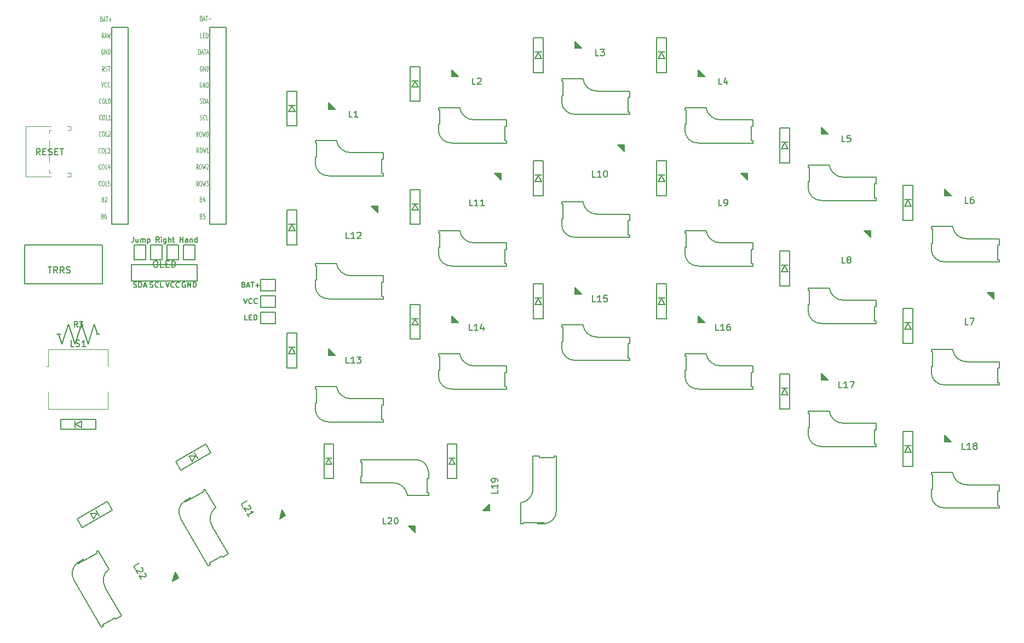
<source format=gto>
G04 #@! TF.GenerationSoftware,KiCad,Pcbnew,5.1.5+dfsg1-2build2*
G04 #@! TF.CreationDate,2021-01-30T19:31:10+09:00*
G04 #@! TF.ProjectId,silverbullet44,73696c76-6572-4627-956c-6c657434342e,rev?*
G04 #@! TF.SameCoordinates,Original*
G04 #@! TF.FileFunction,Legend,Top*
G04 #@! TF.FilePolarity,Positive*
%FSLAX46Y46*%
G04 Gerber Fmt 4.6, Leading zero omitted, Abs format (unit mm)*
G04 Created by KiCad (PCBNEW 5.1.5+dfsg1-2build2) date 2021-01-30 19:31:10*
%MOMM*%
%LPD*%
G04 APERTURE LIST*
%ADD10C,0.150000*%
%ADD11C,0.300000*%
%ADD12C,0.120000*%
%ADD13C,0.125000*%
G04 APERTURE END LIST*
D10*
X28855000Y-47186904D02*
X28855000Y-47758333D01*
X28816904Y-47872619D01*
X28740714Y-47948809D01*
X28626428Y-47986904D01*
X28550238Y-47986904D01*
X29578809Y-47453571D02*
X29578809Y-47986904D01*
X29235952Y-47453571D02*
X29235952Y-47872619D01*
X29274047Y-47948809D01*
X29350238Y-47986904D01*
X29464523Y-47986904D01*
X29540714Y-47948809D01*
X29578809Y-47910714D01*
X29959761Y-47986904D02*
X29959761Y-47453571D01*
X29959761Y-47529761D02*
X29997857Y-47491666D01*
X30074047Y-47453571D01*
X30188333Y-47453571D01*
X30264523Y-47491666D01*
X30302619Y-47567857D01*
X30302619Y-47986904D01*
X30302619Y-47567857D02*
X30340714Y-47491666D01*
X30416904Y-47453571D01*
X30531190Y-47453571D01*
X30607380Y-47491666D01*
X30645476Y-47567857D01*
X30645476Y-47986904D01*
X31026428Y-47453571D02*
X31026428Y-48253571D01*
X31026428Y-47491666D02*
X31102619Y-47453571D01*
X31255000Y-47453571D01*
X31331190Y-47491666D01*
X31369285Y-47529761D01*
X31407380Y-47605952D01*
X31407380Y-47834523D01*
X31369285Y-47910714D01*
X31331190Y-47948809D01*
X31255000Y-47986904D01*
X31102619Y-47986904D01*
X31026428Y-47948809D01*
X32816904Y-47986904D02*
X32550238Y-47605952D01*
X32359761Y-47986904D02*
X32359761Y-47186904D01*
X32664523Y-47186904D01*
X32740714Y-47225000D01*
X32778809Y-47263095D01*
X32816904Y-47339285D01*
X32816904Y-47453571D01*
X32778809Y-47529761D01*
X32740714Y-47567857D01*
X32664523Y-47605952D01*
X32359761Y-47605952D01*
X33159761Y-47986904D02*
X33159761Y-47453571D01*
X33159761Y-47186904D02*
X33121666Y-47225000D01*
X33159761Y-47263095D01*
X33197857Y-47225000D01*
X33159761Y-47186904D01*
X33159761Y-47263095D01*
X33883571Y-47453571D02*
X33883571Y-48101190D01*
X33845476Y-48177380D01*
X33807380Y-48215476D01*
X33731190Y-48253571D01*
X33616904Y-48253571D01*
X33540714Y-48215476D01*
X33883571Y-47948809D02*
X33807380Y-47986904D01*
X33655000Y-47986904D01*
X33578809Y-47948809D01*
X33540714Y-47910714D01*
X33502619Y-47834523D01*
X33502619Y-47605952D01*
X33540714Y-47529761D01*
X33578809Y-47491666D01*
X33655000Y-47453571D01*
X33807380Y-47453571D01*
X33883571Y-47491666D01*
X34264523Y-47986904D02*
X34264523Y-47186904D01*
X34607380Y-47986904D02*
X34607380Y-47567857D01*
X34569285Y-47491666D01*
X34493095Y-47453571D01*
X34378809Y-47453571D01*
X34302619Y-47491666D01*
X34264523Y-47529761D01*
X34874047Y-47453571D02*
X35178809Y-47453571D01*
X34988333Y-47186904D02*
X34988333Y-47872619D01*
X35026428Y-47948809D01*
X35102619Y-47986904D01*
X35178809Y-47986904D01*
X36055000Y-47986904D02*
X36055000Y-47186904D01*
X36055000Y-47567857D02*
X36512142Y-47567857D01*
X36512142Y-47986904D02*
X36512142Y-47186904D01*
X37235952Y-47986904D02*
X37235952Y-47567857D01*
X37197857Y-47491666D01*
X37121666Y-47453571D01*
X36969285Y-47453571D01*
X36893095Y-47491666D01*
X37235952Y-47948809D02*
X37159761Y-47986904D01*
X36969285Y-47986904D01*
X36893095Y-47948809D01*
X36855000Y-47872619D01*
X36855000Y-47796428D01*
X36893095Y-47720238D01*
X36969285Y-47682142D01*
X37159761Y-47682142D01*
X37235952Y-47644047D01*
X37616904Y-47453571D02*
X37616904Y-47986904D01*
X37616904Y-47529761D02*
X37655000Y-47491666D01*
X37731190Y-47453571D01*
X37845476Y-47453571D01*
X37921666Y-47491666D01*
X37959761Y-47567857D01*
X37959761Y-47986904D01*
X38683571Y-47986904D02*
X38683571Y-47186904D01*
X38683571Y-47948809D02*
X38607380Y-47986904D01*
X38455000Y-47986904D01*
X38378809Y-47948809D01*
X38340714Y-47910714D01*
X38302619Y-47834523D01*
X38302619Y-47605952D01*
X38340714Y-47529761D01*
X38378809Y-47491666D01*
X38455000Y-47453571D01*
X38607380Y-47453571D01*
X38683571Y-47491666D01*
X28575000Y-53975000D02*
X28575000Y-51435000D01*
X38735000Y-51435000D02*
X38735000Y-53975000D01*
X28575000Y-51435000D02*
X38735000Y-51435000D01*
X28575000Y-53975000D02*
X38735000Y-53975000D01*
X93880000Y-81125000D02*
X94230000Y-81125000D01*
X92330000Y-91625001D02*
G75*
G03X94230001Y-89525000I-100000J2000001D01*
G01*
X88751471Y-88341318D02*
G75*
G03X90630000Y-86125000I-291471J2151318D01*
G01*
X94230000Y-81125000D02*
X94230001Y-89525000D01*
X90630000Y-86125000D02*
X90630000Y-81125000D01*
X88730000Y-91625000D02*
X88730000Y-88345000D01*
X92330000Y-91625000D02*
X91330000Y-91625000D01*
X88730000Y-91625000D02*
X89090000Y-91625000D01*
X89090000Y-91425000D02*
X89090000Y-91625000D01*
X91330000Y-91395000D02*
X89090000Y-91395000D01*
X91330000Y-91625000D02*
X91330000Y-91425000D01*
X93880000Y-81325000D02*
X93880000Y-81125000D01*
X91630000Y-81345000D02*
X93880000Y-81345000D01*
X91630000Y-81125000D02*
X91630000Y-81325000D01*
X90630000Y-81125000D02*
X91630000Y-81125000D01*
D11*
X91430000Y-91524999D02*
X92329999Y-91525000D01*
D12*
X15829000Y-35645000D02*
X15829000Y-32245000D01*
X15829000Y-37285000D02*
X15829000Y-36745000D01*
X18659000Y-30085000D02*
X19169000Y-30085000D01*
X19169000Y-30605000D02*
X19169000Y-30085000D01*
X18659000Y-30605000D02*
X19169000Y-30605000D01*
X15829000Y-31145000D02*
X15829000Y-30605000D01*
X18659000Y-37805000D02*
X19169000Y-37805000D01*
X18659000Y-37285000D02*
X19169000Y-37285000D01*
X15829000Y-30605000D02*
X16059000Y-30605000D01*
X12159000Y-37805000D02*
X16059000Y-37805000D01*
X19169000Y-37805000D02*
X19169000Y-37285000D01*
X12159000Y-30085000D02*
X16059000Y-30085000D01*
X12159000Y-37805000D02*
X12159000Y-30085000D01*
X15829000Y-37285000D02*
X16059000Y-37285000D01*
D10*
G36*
X66675000Y-43434000D02*
G01*
X65659000Y-42418000D01*
X66675000Y-42418000D01*
X66675000Y-43434000D01*
G37*
X66675000Y-43434000D02*
X65659000Y-42418000D01*
X66675000Y-42418000D01*
X66675000Y-43434000D01*
G36*
X59055000Y-26416000D02*
G01*
X60071000Y-27432000D01*
X59055000Y-27432000D01*
X59055000Y-26416000D01*
G37*
X59055000Y-26416000D02*
X60071000Y-27432000D01*
X59055000Y-27432000D01*
X59055000Y-26416000D01*
G36*
X78105000Y-21336000D02*
G01*
X79121000Y-22352000D01*
X78105000Y-22352000D01*
X78105000Y-21336000D01*
G37*
X78105000Y-21336000D02*
X79121000Y-22352000D01*
X78105000Y-22352000D01*
X78105000Y-21336000D01*
G36*
X59055000Y-64516000D02*
G01*
X60071000Y-65532000D01*
X59055000Y-65532000D01*
X59055000Y-64516000D01*
G37*
X59055000Y-64516000D02*
X60071000Y-65532000D01*
X59055000Y-65532000D01*
X59055000Y-64516000D01*
G36*
X97155000Y-16891000D02*
G01*
X98171000Y-17907000D01*
X97155000Y-17907000D01*
X97155000Y-16891000D01*
G37*
X97155000Y-16891000D02*
X98171000Y-17907000D01*
X97155000Y-17907000D01*
X97155000Y-16891000D01*
G36*
X78105000Y-59436000D02*
G01*
X79121000Y-60452000D01*
X78105000Y-60452000D01*
X78105000Y-59436000D01*
G37*
X78105000Y-59436000D02*
X79121000Y-60452000D01*
X78105000Y-60452000D01*
X78105000Y-59436000D01*
G36*
X116205000Y-21336000D02*
G01*
X117221000Y-22352000D01*
X116205000Y-22352000D01*
X116205000Y-21336000D01*
G37*
X116205000Y-21336000D02*
X117221000Y-22352000D01*
X116205000Y-22352000D01*
X116205000Y-21336000D01*
G36*
X97155000Y-54991000D02*
G01*
X98171000Y-56007000D01*
X97155000Y-56007000D01*
X97155000Y-54991000D01*
G37*
X97155000Y-54991000D02*
X98171000Y-56007000D01*
X97155000Y-56007000D01*
X97155000Y-54991000D01*
G36*
X135255000Y-30226000D02*
G01*
X136271000Y-31242000D01*
X135255000Y-31242000D01*
X135255000Y-30226000D01*
G37*
X135255000Y-30226000D02*
X136271000Y-31242000D01*
X135255000Y-31242000D01*
X135255000Y-30226000D01*
G36*
X116205000Y-59436000D02*
G01*
X117221000Y-60452000D01*
X116205000Y-60452000D01*
X116205000Y-59436000D01*
G37*
X116205000Y-59436000D02*
X117221000Y-60452000D01*
X116205000Y-60452000D01*
X116205000Y-59436000D01*
G36*
X154305000Y-39751000D02*
G01*
X155321000Y-40767000D01*
X154305000Y-40767000D01*
X154305000Y-39751000D01*
G37*
X154305000Y-39751000D02*
X155321000Y-40767000D01*
X154305000Y-40767000D01*
X154305000Y-39751000D01*
G36*
X135255000Y-68326000D02*
G01*
X136271000Y-69342000D01*
X135255000Y-69342000D01*
X135255000Y-68326000D01*
G37*
X135255000Y-68326000D02*
X136271000Y-69342000D01*
X135255000Y-69342000D01*
X135255000Y-68326000D01*
G36*
X161925000Y-56769000D02*
G01*
X160909000Y-55753000D01*
X161925000Y-55753000D01*
X161925000Y-56769000D01*
G37*
X161925000Y-56769000D02*
X160909000Y-55753000D01*
X161925000Y-55753000D01*
X161925000Y-56769000D01*
G36*
X154305000Y-77851000D02*
G01*
X155321000Y-78867000D01*
X154305000Y-78867000D01*
X154305000Y-77851000D01*
G37*
X154305000Y-77851000D02*
X155321000Y-78867000D01*
X154305000Y-78867000D01*
X154305000Y-77851000D01*
G36*
X142875000Y-47244000D02*
G01*
X141859000Y-46228000D01*
X142875000Y-46228000D01*
X142875000Y-47244000D01*
G37*
X142875000Y-47244000D02*
X141859000Y-46228000D01*
X142875000Y-46228000D01*
X142875000Y-47244000D01*
G36*
X82931000Y-89535000D02*
G01*
X83947000Y-88519000D01*
X83947000Y-89535000D01*
X82931000Y-89535000D01*
G37*
X82931000Y-89535000D02*
X83947000Y-88519000D01*
X83947000Y-89535000D01*
X82931000Y-89535000D01*
G36*
X123825000Y-38354000D02*
G01*
X122809000Y-37338000D01*
X123825000Y-37338000D01*
X123825000Y-38354000D01*
G37*
X123825000Y-38354000D02*
X122809000Y-37338000D01*
X123825000Y-37338000D01*
X123825000Y-38354000D01*
G36*
X72390000Y-92964000D02*
G01*
X71374000Y-91948000D01*
X72390000Y-91948000D01*
X72390000Y-92964000D01*
G37*
X72390000Y-92964000D02*
X71374000Y-91948000D01*
X72390000Y-91948000D01*
X72390000Y-92964000D01*
G36*
X104775000Y-33909000D02*
G01*
X103759000Y-32893000D01*
X104775000Y-32893000D01*
X104775000Y-33909000D01*
G37*
X104775000Y-33909000D02*
X103759000Y-32893000D01*
X104775000Y-32893000D01*
X104775000Y-33909000D01*
G36*
X51460382Y-90802457D02*
G01*
X51832264Y-89414575D01*
X52340264Y-90294457D01*
X51460382Y-90802457D01*
G37*
X51460382Y-90802457D02*
X51832264Y-89414575D01*
X52340264Y-90294457D01*
X51460382Y-90802457D01*
G36*
X85725000Y-38354000D02*
G01*
X84709000Y-37338000D01*
X85725000Y-37338000D01*
X85725000Y-38354000D01*
G37*
X85725000Y-38354000D02*
X84709000Y-37338000D01*
X85725000Y-37338000D01*
X85725000Y-38354000D01*
G36*
X34915882Y-100454557D02*
G01*
X35287764Y-99066675D01*
X35795764Y-99946557D01*
X34915882Y-100454557D01*
G37*
X34915882Y-100454557D02*
X35287764Y-99066675D01*
X35795764Y-99946557D01*
X34915882Y-100454557D01*
X24192341Y-107438717D02*
X23889232Y-107613717D01*
X20284680Y-97570449D02*
G75*
G03X19689231Y-100339104I1086603J-1682052D01*
G01*
X25025619Y-98624938D02*
G75*
G03X24506924Y-101483590I1328080J-1717360D01*
G01*
X23889232Y-107613717D02*
X19689231Y-100339104D01*
X24506924Y-101483590D02*
X27006924Y-105813717D01*
X23402372Y-95770450D02*
X25042372Y-98611013D01*
X20284681Y-97570450D02*
X21150706Y-97070450D01*
X23402372Y-95770450D02*
X23090603Y-95950450D01*
X23190603Y-96123655D02*
X23090603Y-95950450D01*
X21265706Y-97269636D02*
X23205603Y-96149636D01*
X21150706Y-97070450D02*
X21250706Y-97243655D01*
X24092341Y-107265512D02*
X24192341Y-107438717D01*
X26030898Y-106123191D02*
X24082341Y-107248191D01*
X26140898Y-106313717D02*
X26040898Y-106140512D01*
X27006924Y-105813717D02*
X26140898Y-106313717D01*
D11*
X21114104Y-97207054D02*
X20334681Y-97657052D01*
D10*
X40702341Y-97913717D02*
X40399232Y-98088717D01*
X36794680Y-88045449D02*
G75*
G03X36199231Y-90814104I1086603J-1682052D01*
G01*
X41535619Y-89099938D02*
G75*
G03X41016924Y-91958590I1328080J-1717360D01*
G01*
X40399232Y-98088717D02*
X36199231Y-90814104D01*
X41016924Y-91958590D02*
X43516924Y-96288717D01*
X39912372Y-86245450D02*
X41552372Y-89086013D01*
X36794681Y-88045450D02*
X37660706Y-87545450D01*
X39912372Y-86245450D02*
X39600603Y-86425450D01*
X39700603Y-86598655D02*
X39600603Y-86425450D01*
X37775706Y-87744636D02*
X39715603Y-86624636D01*
X37660706Y-87545450D02*
X37760706Y-87718655D01*
X40602341Y-97740512D02*
X40702341Y-97913717D01*
X42540898Y-96598191D02*
X40592341Y-97723191D01*
X42650898Y-96788717D02*
X42550898Y-96615512D01*
X43516924Y-96288717D02*
X42650898Y-96788717D01*
D11*
X37624104Y-87682054D02*
X36844681Y-88132052D01*
D10*
X67465000Y-34115000D02*
X67465000Y-35115000D01*
X67465000Y-35115000D02*
X67265000Y-35115000D01*
X67245000Y-35115000D02*
X67245000Y-37365000D01*
X67265000Y-37365000D02*
X67465000Y-37365000D01*
X56965000Y-34815000D02*
X57165000Y-34815000D01*
X57195000Y-34815000D02*
X57195000Y-32575000D01*
X57165000Y-32575000D02*
X56965000Y-32575000D01*
X56965000Y-32215000D02*
X56965000Y-32575000D01*
X56965000Y-35815000D02*
X56965000Y-34815000D01*
X56965000Y-32215000D02*
X60245000Y-32215000D01*
X62465000Y-34115000D02*
X67465000Y-34115000D01*
X67465000Y-37715000D02*
X59065000Y-37715001D01*
X60248682Y-32236471D02*
G75*
G03X62465000Y-34115000I2151318J291471D01*
G01*
X56964999Y-35815000D02*
G75*
G03X59065000Y-37715001I2000001J100000D01*
G01*
X67465000Y-37365000D02*
X67465000Y-37715000D01*
X86515000Y-29035000D02*
X86515000Y-30035000D01*
X86515000Y-30035000D02*
X86315000Y-30035000D01*
X86295000Y-30035000D02*
X86295000Y-32285000D01*
X86315000Y-32285000D02*
X86515000Y-32285000D01*
X76015000Y-29735000D02*
X76215000Y-29735000D01*
X76245000Y-29735000D02*
X76245000Y-27495000D01*
X76215000Y-27495000D02*
X76015000Y-27495000D01*
X76015000Y-27135000D02*
X76015000Y-27495000D01*
X76015000Y-30735000D02*
X76015000Y-29735000D01*
X76015000Y-27135000D02*
X79295000Y-27135000D01*
X81515000Y-29035000D02*
X86515000Y-29035000D01*
X86515000Y-32635000D02*
X78115000Y-32635001D01*
X79298682Y-27156471D02*
G75*
G03X81515000Y-29035000I2151318J291471D01*
G01*
X76014999Y-30735000D02*
G75*
G03X78115000Y-32635001I2000001J100000D01*
G01*
X86515000Y-32285000D02*
X86515000Y-32635000D01*
X105565000Y-24590000D02*
X105565000Y-25590000D01*
X105565000Y-25590000D02*
X105365000Y-25590000D01*
X105345000Y-25590000D02*
X105345000Y-27840000D01*
X105365000Y-27840000D02*
X105565000Y-27840000D01*
X95065000Y-25290000D02*
X95265000Y-25290000D01*
X95295000Y-25290000D02*
X95295000Y-23050000D01*
X95265000Y-23050000D02*
X95065000Y-23050000D01*
X95065000Y-22690000D02*
X95065000Y-23050000D01*
X95065000Y-26290000D02*
X95065000Y-25290000D01*
X95065000Y-22690000D02*
X98345000Y-22690000D01*
X100565000Y-24590000D02*
X105565000Y-24590000D01*
X105565000Y-28190000D02*
X97165000Y-28190001D01*
X98348682Y-22711471D02*
G75*
G03X100565000Y-24590000I2151318J291471D01*
G01*
X95064999Y-26290000D02*
G75*
G03X97165000Y-28190001I2000001J100000D01*
G01*
X105565000Y-27840000D02*
X105565000Y-28190000D01*
X124615000Y-29035000D02*
X124615000Y-30035000D01*
X124615000Y-30035000D02*
X124415000Y-30035000D01*
X124395000Y-30035000D02*
X124395000Y-32285000D01*
X124415000Y-32285000D02*
X124615000Y-32285000D01*
X114115000Y-29735000D02*
X114315000Y-29735000D01*
X114345000Y-29735000D02*
X114345000Y-27495000D01*
X114315000Y-27495000D02*
X114115000Y-27495000D01*
X114115000Y-27135000D02*
X114115000Y-27495000D01*
X114115000Y-30735000D02*
X114115000Y-29735000D01*
X114115000Y-27135000D02*
X117395000Y-27135000D01*
X119615000Y-29035000D02*
X124615000Y-29035000D01*
X124615000Y-32635000D02*
X116215000Y-32635001D01*
X117398682Y-27156471D02*
G75*
G03X119615000Y-29035000I2151318J291471D01*
G01*
X114114999Y-30735000D02*
G75*
G03X116215000Y-32635001I2000001J100000D01*
G01*
X124615000Y-32285000D02*
X124615000Y-32635000D01*
X143665000Y-37925000D02*
X143665000Y-38925000D01*
X143665000Y-38925000D02*
X143465000Y-38925000D01*
X143445000Y-38925000D02*
X143445000Y-41175000D01*
X143465000Y-41175000D02*
X143665000Y-41175000D01*
X133165000Y-38625000D02*
X133365000Y-38625000D01*
X133395000Y-38625000D02*
X133395000Y-36385000D01*
X133365000Y-36385000D02*
X133165000Y-36385000D01*
X133165000Y-36025000D02*
X133165000Y-36385000D01*
X133165000Y-39625000D02*
X133165000Y-38625000D01*
X133165000Y-36025000D02*
X136445000Y-36025000D01*
X138665000Y-37925000D02*
X143665000Y-37925000D01*
X143665000Y-41525000D02*
X135265000Y-41525001D01*
X136448682Y-36046471D02*
G75*
G03X138665000Y-37925000I2151318J291471D01*
G01*
X133164999Y-39625000D02*
G75*
G03X135265000Y-41525001I2000001J100000D01*
G01*
X143665000Y-41175000D02*
X143665000Y-41525000D01*
X162715000Y-47450000D02*
X162715000Y-48450000D01*
X162715000Y-48450000D02*
X162515000Y-48450000D01*
X162495000Y-48450000D02*
X162495000Y-50700000D01*
X162515000Y-50700000D02*
X162715000Y-50700000D01*
X152215000Y-48150000D02*
X152415000Y-48150000D01*
X152445000Y-48150000D02*
X152445000Y-45910000D01*
X152415000Y-45910000D02*
X152215000Y-45910000D01*
X152215000Y-45550000D02*
X152215000Y-45910000D01*
X152215000Y-49150000D02*
X152215000Y-48150000D01*
X152215000Y-45550000D02*
X155495000Y-45550000D01*
X157715000Y-47450000D02*
X162715000Y-47450000D01*
X162715000Y-51050000D02*
X154315000Y-51050001D01*
X155498682Y-45571471D02*
G75*
G03X157715000Y-47450000I2151318J291471D01*
G01*
X152214999Y-49150000D02*
G75*
G03X154315000Y-51050001I2000001J100000D01*
G01*
X162715000Y-50700000D02*
X162715000Y-51050000D01*
X67465000Y-53165000D02*
X67465000Y-54165000D01*
X67465000Y-54165000D02*
X67265000Y-54165000D01*
X67245000Y-54165000D02*
X67245000Y-56415000D01*
X67265000Y-56415000D02*
X67465000Y-56415000D01*
X56965000Y-53865000D02*
X57165000Y-53865000D01*
X57195000Y-53865000D02*
X57195000Y-51625000D01*
X57165000Y-51625000D02*
X56965000Y-51625000D01*
X56965000Y-51265000D02*
X56965000Y-51625000D01*
X56965000Y-54865000D02*
X56965000Y-53865000D01*
X56965000Y-51265000D02*
X60245000Y-51265000D01*
X62465000Y-53165000D02*
X67465000Y-53165000D01*
X67465000Y-56765000D02*
X59065000Y-56765001D01*
X60248682Y-51286471D02*
G75*
G03X62465000Y-53165000I2151318J291471D01*
G01*
X56964999Y-54865000D02*
G75*
G03X59065000Y-56765001I2000001J100000D01*
G01*
X67465000Y-56415000D02*
X67465000Y-56765000D01*
X86515000Y-48085000D02*
X86515000Y-49085000D01*
X86515000Y-49085000D02*
X86315000Y-49085000D01*
X86295000Y-49085000D02*
X86295000Y-51335000D01*
X86315000Y-51335000D02*
X86515000Y-51335000D01*
X76015000Y-48785000D02*
X76215000Y-48785000D01*
X76245000Y-48785000D02*
X76245000Y-46545000D01*
X76215000Y-46545000D02*
X76015000Y-46545000D01*
X76015000Y-46185000D02*
X76015000Y-46545000D01*
X76015000Y-49785000D02*
X76015000Y-48785000D01*
X76015000Y-46185000D02*
X79295000Y-46185000D01*
X81515000Y-48085000D02*
X86515000Y-48085000D01*
X86515000Y-51685000D02*
X78115000Y-51685001D01*
X79298682Y-46206471D02*
G75*
G03X81515000Y-48085000I2151318J291471D01*
G01*
X76014999Y-49785000D02*
G75*
G03X78115000Y-51685001I2000001J100000D01*
G01*
X86515000Y-51335000D02*
X86515000Y-51685000D01*
X105565000Y-43640000D02*
X105565000Y-44640000D01*
X105565000Y-44640000D02*
X105365000Y-44640000D01*
X105345000Y-44640000D02*
X105345000Y-46890000D01*
X105365000Y-46890000D02*
X105565000Y-46890000D01*
X95065000Y-44340000D02*
X95265000Y-44340000D01*
X95295000Y-44340000D02*
X95295000Y-42100000D01*
X95265000Y-42100000D02*
X95065000Y-42100000D01*
X95065000Y-41740000D02*
X95065000Y-42100000D01*
X95065000Y-45340000D02*
X95065000Y-44340000D01*
X95065000Y-41740000D02*
X98345000Y-41740000D01*
X100565000Y-43640000D02*
X105565000Y-43640000D01*
X105565000Y-47240000D02*
X97165000Y-47240001D01*
X98348682Y-41761471D02*
G75*
G03X100565000Y-43640000I2151318J291471D01*
G01*
X95064999Y-45340000D02*
G75*
G03X97165000Y-47240001I2000001J100000D01*
G01*
X105565000Y-46890000D02*
X105565000Y-47240000D01*
X124615000Y-48085000D02*
X124615000Y-49085000D01*
X124615000Y-49085000D02*
X124415000Y-49085000D01*
X124395000Y-49085000D02*
X124395000Y-51335000D01*
X124415000Y-51335000D02*
X124615000Y-51335000D01*
X114115000Y-48785000D02*
X114315000Y-48785000D01*
X114345000Y-48785000D02*
X114345000Y-46545000D01*
X114315000Y-46545000D02*
X114115000Y-46545000D01*
X114115000Y-46185000D02*
X114115000Y-46545000D01*
X114115000Y-49785000D02*
X114115000Y-48785000D01*
X114115000Y-46185000D02*
X117395000Y-46185000D01*
X119615000Y-48085000D02*
X124615000Y-48085000D01*
X124615000Y-51685000D02*
X116215000Y-51685001D01*
X117398682Y-46206471D02*
G75*
G03X119615000Y-48085000I2151318J291471D01*
G01*
X114114999Y-49785000D02*
G75*
G03X116215000Y-51685001I2000001J100000D01*
G01*
X124615000Y-51335000D02*
X124615000Y-51685000D01*
X143665000Y-56975000D02*
X143665000Y-57975000D01*
X143665000Y-57975000D02*
X143465000Y-57975000D01*
X143445000Y-57975000D02*
X143445000Y-60225000D01*
X143465000Y-60225000D02*
X143665000Y-60225000D01*
X133165000Y-57675000D02*
X133365000Y-57675000D01*
X133395000Y-57675000D02*
X133395000Y-55435000D01*
X133365000Y-55435000D02*
X133165000Y-55435000D01*
X133165000Y-55075000D02*
X133165000Y-55435000D01*
X133165000Y-58675000D02*
X133165000Y-57675000D01*
X133165000Y-55075000D02*
X136445000Y-55075000D01*
X138665000Y-56975000D02*
X143665000Y-56975000D01*
X143665000Y-60575000D02*
X135265000Y-60575001D01*
X136448682Y-55096471D02*
G75*
G03X138665000Y-56975000I2151318J291471D01*
G01*
X133164999Y-58675000D02*
G75*
G03X135265000Y-60575001I2000001J100000D01*
G01*
X143665000Y-60225000D02*
X143665000Y-60575000D01*
X162715000Y-66500000D02*
X162715000Y-67500000D01*
X162715000Y-67500000D02*
X162515000Y-67500000D01*
X162495000Y-67500000D02*
X162495000Y-69750000D01*
X162515000Y-69750000D02*
X162715000Y-69750000D01*
X152215000Y-67200000D02*
X152415000Y-67200000D01*
X152445000Y-67200000D02*
X152445000Y-64960000D01*
X152415000Y-64960000D02*
X152215000Y-64960000D01*
X152215000Y-64600000D02*
X152215000Y-64960000D01*
X152215000Y-68200000D02*
X152215000Y-67200000D01*
X152215000Y-64600000D02*
X155495000Y-64600000D01*
X157715000Y-66500000D02*
X162715000Y-66500000D01*
X162715000Y-70100000D02*
X154315000Y-70100001D01*
X155498682Y-64621471D02*
G75*
G03X157715000Y-66500000I2151318J291471D01*
G01*
X152214999Y-68200000D02*
G75*
G03X154315000Y-70100001I2000001J100000D01*
G01*
X162715000Y-69750000D02*
X162715000Y-70100000D01*
X67465000Y-72215000D02*
X67465000Y-73215000D01*
X67465000Y-73215000D02*
X67265000Y-73215000D01*
X67245000Y-73215000D02*
X67245000Y-75465000D01*
X67265000Y-75465000D02*
X67465000Y-75465000D01*
X56965000Y-72915000D02*
X57165000Y-72915000D01*
X57195000Y-72915000D02*
X57195000Y-70675000D01*
X57165000Y-70675000D02*
X56965000Y-70675000D01*
X56965000Y-70315000D02*
X56965000Y-70675000D01*
X56965000Y-73915000D02*
X56965000Y-72915000D01*
X56965000Y-70315000D02*
X60245000Y-70315000D01*
X62465000Y-72215000D02*
X67465000Y-72215000D01*
X67465000Y-75815000D02*
X59065000Y-75815001D01*
X60248682Y-70336471D02*
G75*
G03X62465000Y-72215000I2151318J291471D01*
G01*
X56964999Y-73915000D02*
G75*
G03X59065000Y-75815001I2000001J100000D01*
G01*
X67465000Y-75465000D02*
X67465000Y-75815000D01*
X86515000Y-67135000D02*
X86515000Y-68135000D01*
X86515000Y-68135000D02*
X86315000Y-68135000D01*
X86295000Y-68135000D02*
X86295000Y-70385000D01*
X86315000Y-70385000D02*
X86515000Y-70385000D01*
X76015000Y-67835000D02*
X76215000Y-67835000D01*
X76245000Y-67835000D02*
X76245000Y-65595000D01*
X76215000Y-65595000D02*
X76015000Y-65595000D01*
X76015000Y-65235000D02*
X76015000Y-65595000D01*
X76015000Y-68835000D02*
X76015000Y-67835000D01*
X76015000Y-65235000D02*
X79295000Y-65235000D01*
X81515000Y-67135000D02*
X86515000Y-67135000D01*
X86515000Y-70735000D02*
X78115000Y-70735001D01*
X79298682Y-65256471D02*
G75*
G03X81515000Y-67135000I2151318J291471D01*
G01*
X76014999Y-68835000D02*
G75*
G03X78115000Y-70735001I2000001J100000D01*
G01*
X86515000Y-70385000D02*
X86515000Y-70735000D01*
X105565000Y-62690000D02*
X105565000Y-63690000D01*
X105565000Y-63690000D02*
X105365000Y-63690000D01*
X105345000Y-63690000D02*
X105345000Y-65940000D01*
X105365000Y-65940000D02*
X105565000Y-65940000D01*
X95065000Y-63390000D02*
X95265000Y-63390000D01*
X95295000Y-63390000D02*
X95295000Y-61150000D01*
X95265000Y-61150000D02*
X95065000Y-61150000D01*
X95065000Y-60790000D02*
X95065000Y-61150000D01*
X95065000Y-64390000D02*
X95065000Y-63390000D01*
X95065000Y-60790000D02*
X98345000Y-60790000D01*
X100565000Y-62690000D02*
X105565000Y-62690000D01*
X105565000Y-66290000D02*
X97165000Y-66290001D01*
X98348682Y-60811471D02*
G75*
G03X100565000Y-62690000I2151318J291471D01*
G01*
X95064999Y-64390000D02*
G75*
G03X97165000Y-66290001I2000001J100000D01*
G01*
X105565000Y-65940000D02*
X105565000Y-66290000D01*
X124615000Y-67135000D02*
X124615000Y-68135000D01*
X124615000Y-68135000D02*
X124415000Y-68135000D01*
X124395000Y-68135000D02*
X124395000Y-70385000D01*
X124415000Y-70385000D02*
X124615000Y-70385000D01*
X114115000Y-67835000D02*
X114315000Y-67835000D01*
X114345000Y-67835000D02*
X114345000Y-65595000D01*
X114315000Y-65595000D02*
X114115000Y-65595000D01*
X114115000Y-65235000D02*
X114115000Y-65595000D01*
X114115000Y-68835000D02*
X114115000Y-67835000D01*
X114115000Y-65235000D02*
X117395000Y-65235000D01*
X119615000Y-67135000D02*
X124615000Y-67135000D01*
X124615000Y-70735000D02*
X116215000Y-70735001D01*
X117398682Y-65256471D02*
G75*
G03X119615000Y-67135000I2151318J291471D01*
G01*
X114114999Y-68835000D02*
G75*
G03X116215000Y-70735001I2000001J100000D01*
G01*
X124615000Y-70385000D02*
X124615000Y-70735000D01*
X143665000Y-76025000D02*
X143665000Y-77025000D01*
X143665000Y-77025000D02*
X143465000Y-77025000D01*
X143445000Y-77025000D02*
X143445000Y-79275000D01*
X143465000Y-79275000D02*
X143665000Y-79275000D01*
X133165000Y-76725000D02*
X133365000Y-76725000D01*
X133395000Y-76725000D02*
X133395000Y-74485000D01*
X133365000Y-74485000D02*
X133165000Y-74485000D01*
X133165000Y-74125000D02*
X133165000Y-74485000D01*
X133165000Y-77725000D02*
X133165000Y-76725000D01*
X133165000Y-74125000D02*
X136445000Y-74125000D01*
X138665000Y-76025000D02*
X143665000Y-76025000D01*
X143665000Y-79625000D02*
X135265000Y-79625001D01*
X136448682Y-74146471D02*
G75*
G03X138665000Y-76025000I2151318J291471D01*
G01*
X133164999Y-77725000D02*
G75*
G03X135265000Y-79625001I2000001J100000D01*
G01*
X143665000Y-79275000D02*
X143665000Y-79625000D01*
X162715000Y-85550000D02*
X162715000Y-86550000D01*
X162715000Y-86550000D02*
X162515000Y-86550000D01*
X162495000Y-86550000D02*
X162495000Y-88800000D01*
X162515000Y-88800000D02*
X162715000Y-88800000D01*
X152215000Y-86250000D02*
X152415000Y-86250000D01*
X152445000Y-86250000D02*
X152445000Y-84010000D01*
X152415000Y-84010000D02*
X152215000Y-84010000D01*
X152215000Y-83650000D02*
X152215000Y-84010000D01*
X152215000Y-87250000D02*
X152215000Y-86250000D01*
X152215000Y-83650000D02*
X155495000Y-83650000D01*
X157715000Y-85550000D02*
X162715000Y-85550000D01*
X162715000Y-89150000D02*
X154315000Y-89150001D01*
X155498682Y-83671471D02*
G75*
G03X157715000Y-85550000I2151318J291471D01*
G01*
X152214999Y-87250000D02*
G75*
G03X154315000Y-89150001I2000001J100000D01*
G01*
X162715000Y-88800000D02*
X162715000Y-89150000D01*
X63980000Y-85265000D02*
X63980000Y-84265000D01*
X63980000Y-84265000D02*
X64180000Y-84265000D01*
X64200000Y-84265000D02*
X64200000Y-82015000D01*
X64180000Y-82015000D02*
X63980000Y-82015000D01*
X74480000Y-84565000D02*
X74280000Y-84565000D01*
X74250000Y-84565000D02*
X74250000Y-86805000D01*
X74280000Y-86805000D02*
X74480000Y-86805000D01*
X74480000Y-87165000D02*
X74480000Y-86805000D01*
X74480000Y-83565000D02*
X74480000Y-84565000D01*
X74480000Y-87165000D02*
X71200000Y-87165000D01*
X68980000Y-85265000D02*
X63980000Y-85265000D01*
X63980000Y-81665000D02*
X72380000Y-81664999D01*
X71196318Y-87143529D02*
G75*
G03X68980000Y-85265000I-2151318J-291471D01*
G01*
X74480001Y-83565000D02*
G75*
G03X72380000Y-81664999I-2000001J-100000D01*
G01*
X63980000Y-82015000D02*
X63980000Y-81665000D01*
X17320000Y-62230000D02*
X17820000Y-63730000D01*
X22820000Y-60730000D02*
X23320000Y-62230000D01*
X18820000Y-60730000D02*
X17820000Y-63730000D01*
X18820000Y-60730000D02*
X19820000Y-63730000D01*
X20820000Y-60730000D02*
X21820000Y-63730000D01*
X20820000Y-60730000D02*
X19820000Y-63730000D01*
X17526000Y-62230000D02*
X17018000Y-62230000D01*
X23622000Y-62230000D02*
X23114000Y-62230000D01*
X22820000Y-60730000D02*
X21820000Y-63730000D01*
X50807600Y-53721000D02*
X50807600Y-55499000D01*
X48521600Y-53721000D02*
X50807600Y-53721000D01*
X48521600Y-55499000D02*
X48521600Y-53721000D01*
X50807600Y-55499000D02*
X48521600Y-55499000D01*
X50807600Y-60579000D02*
X48521600Y-60579000D01*
X48521600Y-60579000D02*
X48521600Y-58801000D01*
X48521600Y-58801000D02*
X50807600Y-58801000D01*
X50807600Y-58801000D02*
X50807600Y-60579000D01*
X50807600Y-58039000D02*
X48521600Y-58039000D01*
X48521600Y-58039000D02*
X48521600Y-56261000D01*
X48521600Y-56261000D02*
X50807600Y-56261000D01*
X50807600Y-56261000D02*
X50807600Y-58039000D01*
D12*
X15710000Y-67255000D02*
X15710000Y-64605000D01*
X15710000Y-64605000D02*
X24930000Y-64605000D01*
X24930000Y-64605000D02*
X24930000Y-67255000D01*
X24930000Y-71175000D02*
X24930000Y-73825000D01*
X24930000Y-73825000D02*
X15710000Y-73825000D01*
X15710000Y-73825000D02*
X15710000Y-71175000D01*
X15710000Y-67255000D02*
X15380000Y-67255000D01*
D10*
X52590000Y-24605000D02*
X52590000Y-30005000D01*
X54090000Y-30005000D02*
X54090000Y-24605000D01*
X54090000Y-24605000D02*
X52590000Y-24605000D01*
X54090000Y-30005000D02*
X52590000Y-30005000D01*
X53840000Y-27805000D02*
X52840000Y-27805000D01*
X52840000Y-27805000D02*
X53340000Y-26905000D01*
X53340000Y-26905000D02*
X53840000Y-27805000D01*
X53840000Y-26805000D02*
X52840000Y-26805000D01*
X71640000Y-20795000D02*
X71640000Y-26195000D01*
X73140000Y-26195000D02*
X73140000Y-20795000D01*
X73140000Y-20795000D02*
X71640000Y-20795000D01*
X73140000Y-26195000D02*
X71640000Y-26195000D01*
X72890000Y-23995000D02*
X71890000Y-23995000D01*
X71890000Y-23995000D02*
X72390000Y-23095000D01*
X72390000Y-23095000D02*
X72890000Y-23995000D01*
X72890000Y-22995000D02*
X71890000Y-22995000D01*
X90690000Y-16350000D02*
X90690000Y-21750000D01*
X92190000Y-21750000D02*
X92190000Y-16350000D01*
X92190000Y-16350000D02*
X90690000Y-16350000D01*
X92190000Y-21750000D02*
X90690000Y-21750000D01*
X91940000Y-19550000D02*
X90940000Y-19550000D01*
X90940000Y-19550000D02*
X91440000Y-18650000D01*
X91440000Y-18650000D02*
X91940000Y-19550000D01*
X91940000Y-18550000D02*
X90940000Y-18550000D01*
X110990000Y-18550000D02*
X109990000Y-18550000D01*
X110490000Y-18650000D02*
X110990000Y-19550000D01*
X109990000Y-19550000D02*
X110490000Y-18650000D01*
X110990000Y-19550000D02*
X109990000Y-19550000D01*
X111240000Y-21750000D02*
X109740000Y-21750000D01*
X111240000Y-16350000D02*
X109740000Y-16350000D01*
X111240000Y-21750000D02*
X111240000Y-16350000D01*
X109740000Y-16350000D02*
X109740000Y-21750000D01*
X130040000Y-32520000D02*
X129040000Y-32520000D01*
X129540000Y-32620000D02*
X130040000Y-33520000D01*
X129040000Y-33520000D02*
X129540000Y-32620000D01*
X130040000Y-33520000D02*
X129040000Y-33520000D01*
X130290000Y-35720000D02*
X128790000Y-35720000D01*
X130290000Y-30320000D02*
X128790000Y-30320000D01*
X130290000Y-35720000D02*
X130290000Y-30320000D01*
X128790000Y-30320000D02*
X128790000Y-35720000D01*
X147840000Y-39210000D02*
X147840000Y-44610000D01*
X149340000Y-44610000D02*
X149340000Y-39210000D01*
X149340000Y-39210000D02*
X147840000Y-39210000D01*
X149340000Y-44610000D02*
X147840000Y-44610000D01*
X149090000Y-42410000D02*
X148090000Y-42410000D01*
X148090000Y-42410000D02*
X148590000Y-41510000D01*
X148590000Y-41510000D02*
X149090000Y-42410000D01*
X149090000Y-41410000D02*
X148090000Y-41410000D01*
X52590000Y-43020000D02*
X52590000Y-48420000D01*
X54090000Y-48420000D02*
X54090000Y-43020000D01*
X54090000Y-43020000D02*
X52590000Y-43020000D01*
X54090000Y-48420000D02*
X52590000Y-48420000D01*
X53840000Y-46220000D02*
X52840000Y-46220000D01*
X52840000Y-46220000D02*
X53340000Y-45320000D01*
X53340000Y-45320000D02*
X53840000Y-46220000D01*
X53840000Y-45220000D02*
X52840000Y-45220000D01*
X71640000Y-39845000D02*
X71640000Y-45245000D01*
X73140000Y-45245000D02*
X73140000Y-39845000D01*
X73140000Y-39845000D02*
X71640000Y-39845000D01*
X73140000Y-45245000D02*
X71640000Y-45245000D01*
X72890000Y-43045000D02*
X71890000Y-43045000D01*
X71890000Y-43045000D02*
X72390000Y-42145000D01*
X72390000Y-42145000D02*
X72890000Y-43045000D01*
X72890000Y-42045000D02*
X71890000Y-42045000D01*
X90690000Y-35400000D02*
X90690000Y-40800000D01*
X92190000Y-40800000D02*
X92190000Y-35400000D01*
X92190000Y-35400000D02*
X90690000Y-35400000D01*
X92190000Y-40800000D02*
X90690000Y-40800000D01*
X91940000Y-38600000D02*
X90940000Y-38600000D01*
X90940000Y-38600000D02*
X91440000Y-37700000D01*
X91440000Y-37700000D02*
X91940000Y-38600000D01*
X91940000Y-37600000D02*
X90940000Y-37600000D01*
X110990000Y-37600000D02*
X109990000Y-37600000D01*
X110490000Y-37700000D02*
X110990000Y-38600000D01*
X109990000Y-38600000D02*
X110490000Y-37700000D01*
X110990000Y-38600000D02*
X109990000Y-38600000D01*
X111240000Y-40800000D02*
X109740000Y-40800000D01*
X111240000Y-35400000D02*
X109740000Y-35400000D01*
X111240000Y-40800000D02*
X111240000Y-35400000D01*
X109740000Y-35400000D02*
X109740000Y-40800000D01*
X130040000Y-51570000D02*
X129040000Y-51570000D01*
X129540000Y-51670000D02*
X130040000Y-52570000D01*
X129040000Y-52570000D02*
X129540000Y-51670000D01*
X130040000Y-52570000D02*
X129040000Y-52570000D01*
X130290000Y-54770000D02*
X128790000Y-54770000D01*
X130290000Y-49370000D02*
X128790000Y-49370000D01*
X130290000Y-54770000D02*
X130290000Y-49370000D01*
X128790000Y-49370000D02*
X128790000Y-54770000D01*
X149090000Y-60460000D02*
X148090000Y-60460000D01*
X148590000Y-60560000D02*
X149090000Y-61460000D01*
X148090000Y-61460000D02*
X148590000Y-60560000D01*
X149090000Y-61460000D02*
X148090000Y-61460000D01*
X149340000Y-63660000D02*
X147840000Y-63660000D01*
X149340000Y-58260000D02*
X147840000Y-58260000D01*
X149340000Y-63660000D02*
X149340000Y-58260000D01*
X147840000Y-58260000D02*
X147840000Y-63660000D01*
X52590000Y-62070000D02*
X52590000Y-67470000D01*
X54090000Y-67470000D02*
X54090000Y-62070000D01*
X54090000Y-62070000D02*
X52590000Y-62070000D01*
X54090000Y-67470000D02*
X52590000Y-67470000D01*
X53840000Y-65270000D02*
X52840000Y-65270000D01*
X52840000Y-65270000D02*
X53340000Y-64370000D01*
X53340000Y-64370000D02*
X53840000Y-65270000D01*
X53840000Y-64270000D02*
X52840000Y-64270000D01*
X71640000Y-57625000D02*
X71640000Y-63025000D01*
X73140000Y-63025000D02*
X73140000Y-57625000D01*
X73140000Y-57625000D02*
X71640000Y-57625000D01*
X73140000Y-63025000D02*
X71640000Y-63025000D01*
X72890000Y-60825000D02*
X71890000Y-60825000D01*
X71890000Y-60825000D02*
X72390000Y-59925000D01*
X72390000Y-59925000D02*
X72890000Y-60825000D01*
X72890000Y-59825000D02*
X71890000Y-59825000D01*
X90690000Y-54450000D02*
X90690000Y-59850000D01*
X92190000Y-59850000D02*
X92190000Y-54450000D01*
X92190000Y-54450000D02*
X90690000Y-54450000D01*
X92190000Y-59850000D02*
X90690000Y-59850000D01*
X91940000Y-57650000D02*
X90940000Y-57650000D01*
X90940000Y-57650000D02*
X91440000Y-56750000D01*
X91440000Y-56750000D02*
X91940000Y-57650000D01*
X91940000Y-56650000D02*
X90940000Y-56650000D01*
X110990000Y-56650000D02*
X109990000Y-56650000D01*
X110490000Y-56750000D02*
X110990000Y-57650000D01*
X109990000Y-57650000D02*
X110490000Y-56750000D01*
X110990000Y-57650000D02*
X109990000Y-57650000D01*
X111240000Y-59850000D02*
X109740000Y-59850000D01*
X111240000Y-54450000D02*
X109740000Y-54450000D01*
X111240000Y-59850000D02*
X111240000Y-54450000D01*
X109740000Y-54450000D02*
X109740000Y-59850000D01*
X130040000Y-70620000D02*
X129040000Y-70620000D01*
X129540000Y-70720000D02*
X130040000Y-71620000D01*
X129040000Y-71620000D02*
X129540000Y-70720000D01*
X130040000Y-71620000D02*
X129040000Y-71620000D01*
X130290000Y-73820000D02*
X128790000Y-73820000D01*
X130290000Y-68420000D02*
X128790000Y-68420000D01*
X130290000Y-73820000D02*
X130290000Y-68420000D01*
X128790000Y-68420000D02*
X128790000Y-73820000D01*
X149090000Y-79510000D02*
X148090000Y-79510000D01*
X148590000Y-79610000D02*
X149090000Y-80510000D01*
X148090000Y-80510000D02*
X148590000Y-79610000D01*
X149090000Y-80510000D02*
X148090000Y-80510000D01*
X149340000Y-82710000D02*
X147840000Y-82710000D01*
X149340000Y-77310000D02*
X147840000Y-77310000D01*
X149340000Y-82710000D02*
X149340000Y-77310000D01*
X147840000Y-77310000D02*
X147840000Y-82710000D01*
X24823269Y-88170481D02*
X20146731Y-90870481D01*
X20896731Y-92169519D02*
X25573269Y-89469519D01*
X25573269Y-89469519D02*
X24823269Y-88170481D01*
X20896731Y-92169519D02*
X20146731Y-90870481D01*
X22676987Y-90853013D02*
X22176987Y-89986987D01*
X22176987Y-89986987D02*
X23206410Y-89970000D01*
X23206410Y-89970000D02*
X22676987Y-90853013D01*
X23543013Y-90353013D02*
X23043013Y-89486987D01*
X40063269Y-79280481D02*
X35386731Y-81980481D01*
X36136731Y-83279519D02*
X40813269Y-80579519D01*
X40813269Y-80579519D02*
X40063269Y-79280481D01*
X36136731Y-83279519D02*
X35386731Y-81980481D01*
X37916987Y-81963013D02*
X37416987Y-81096987D01*
X37416987Y-81096987D02*
X38446410Y-81080000D01*
X38446410Y-81080000D02*
X37916987Y-81963013D01*
X38783013Y-81463013D02*
X38283013Y-80596987D01*
X59555000Y-81415000D02*
X58555000Y-81415000D01*
X59055000Y-81515000D02*
X59555000Y-82415000D01*
X58555000Y-82415000D02*
X59055000Y-81515000D01*
X59555000Y-82415000D02*
X58555000Y-82415000D01*
X59805000Y-84615000D02*
X58305000Y-84615000D01*
X59805000Y-79215000D02*
X58305000Y-79215000D01*
X59805000Y-84615000D02*
X59805000Y-79215000D01*
X58305000Y-79215000D02*
X58305000Y-84615000D01*
X78605000Y-81415000D02*
X77605000Y-81415000D01*
X78105000Y-81515000D02*
X78605000Y-82415000D01*
X77605000Y-82415000D02*
X78105000Y-81515000D01*
X78605000Y-82415000D02*
X77605000Y-82415000D01*
X78855000Y-84615000D02*
X77355000Y-84615000D01*
X78855000Y-79215000D02*
X77355000Y-79215000D01*
X78855000Y-84615000D02*
X78855000Y-79215000D01*
X77355000Y-79215000D02*
X77355000Y-84615000D01*
X19820000Y-75700000D02*
X19820000Y-76700000D01*
X19920000Y-76200000D02*
X20820000Y-75700000D01*
X20820000Y-76700000D02*
X19920000Y-76200000D01*
X20820000Y-75700000D02*
X20820000Y-76700000D01*
X23020000Y-75450000D02*
X23020000Y-76950000D01*
X17620000Y-75450000D02*
X17620000Y-76950000D01*
X23020000Y-75450000D02*
X17620000Y-75450000D01*
X17620000Y-76950000D02*
X23020000Y-76950000D01*
X24065000Y-54435000D02*
X12065000Y-54435000D01*
X24065000Y-48435000D02*
X24065000Y-54435000D01*
X12065000Y-48435000D02*
X24065000Y-48435000D01*
X12065000Y-54435000D02*
X12065000Y-48435000D01*
X25456400Y-14732000D02*
X27996400Y-14732000D01*
X27996400Y-14732000D02*
X27996400Y-45212000D01*
X27996400Y-45212000D02*
X25456400Y-45212000D01*
X25456400Y-45212000D02*
X25456400Y-14732000D01*
X40676400Y-14732000D02*
X43216400Y-14732000D01*
X43216400Y-14732000D02*
X43216400Y-45212000D01*
X43216400Y-45212000D02*
X40676400Y-45212000D01*
X40676400Y-45212000D02*
X40676400Y-14732000D01*
X38354000Y-50673000D02*
X36576000Y-50673000D01*
X38354000Y-48387000D02*
X38354000Y-50673000D01*
X36576000Y-48387000D02*
X38354000Y-48387000D01*
X36576000Y-50673000D02*
X36576000Y-48387000D01*
X34036000Y-50673000D02*
X34036000Y-48387000D01*
X34036000Y-48387000D02*
X35814000Y-48387000D01*
X35814000Y-48387000D02*
X35814000Y-50673000D01*
X35814000Y-50673000D02*
X34036000Y-50673000D01*
X31496000Y-50673000D02*
X31496000Y-48387000D01*
X31496000Y-48387000D02*
X33274000Y-48387000D01*
X33274000Y-48387000D02*
X33274000Y-50673000D01*
X33274000Y-50673000D02*
X31496000Y-50673000D01*
X30734000Y-50673000D02*
X28956000Y-50673000D01*
X30734000Y-48387000D02*
X30734000Y-50673000D01*
X28956000Y-48387000D02*
X30734000Y-48387000D01*
X28956000Y-50673000D02*
X28956000Y-48387000D01*
X32202619Y-50887380D02*
X32393095Y-50887380D01*
X32488333Y-50935000D01*
X32583571Y-51030238D01*
X32631190Y-51220714D01*
X32631190Y-51554047D01*
X32583571Y-51744523D01*
X32488333Y-51839761D01*
X32393095Y-51887380D01*
X32202619Y-51887380D01*
X32107380Y-51839761D01*
X32012142Y-51744523D01*
X31964523Y-51554047D01*
X31964523Y-51220714D01*
X32012142Y-51030238D01*
X32107380Y-50935000D01*
X32202619Y-50887380D01*
X33535952Y-51887380D02*
X33059761Y-51887380D01*
X33059761Y-50887380D01*
X33869285Y-51363571D02*
X34202619Y-51363571D01*
X34345476Y-51887380D02*
X33869285Y-51887380D01*
X33869285Y-50887380D01*
X34345476Y-50887380D01*
X34774047Y-51887380D02*
X34774047Y-50887380D01*
X35012142Y-50887380D01*
X35155000Y-50935000D01*
X35250238Y-51030238D01*
X35297857Y-51125476D01*
X35345476Y-51315952D01*
X35345476Y-51458809D01*
X35297857Y-51649285D01*
X35250238Y-51744523D01*
X35155000Y-51839761D01*
X35012142Y-51887380D01*
X34774047Y-51887380D01*
X14422619Y-34488380D02*
X14089285Y-34012190D01*
X13851190Y-34488380D02*
X13851190Y-33488380D01*
X14232142Y-33488380D01*
X14327380Y-33536000D01*
X14375000Y-33583619D01*
X14422619Y-33678857D01*
X14422619Y-33821714D01*
X14375000Y-33916952D01*
X14327380Y-33964571D01*
X14232142Y-34012190D01*
X13851190Y-34012190D01*
X14851190Y-33964571D02*
X15184523Y-33964571D01*
X15327380Y-34488380D02*
X14851190Y-34488380D01*
X14851190Y-33488380D01*
X15327380Y-33488380D01*
X15708333Y-34440761D02*
X15851190Y-34488380D01*
X16089285Y-34488380D01*
X16184523Y-34440761D01*
X16232142Y-34393142D01*
X16279761Y-34297904D01*
X16279761Y-34202666D01*
X16232142Y-34107428D01*
X16184523Y-34059809D01*
X16089285Y-34012190D01*
X15898809Y-33964571D01*
X15803571Y-33916952D01*
X15755952Y-33869333D01*
X15708333Y-33774095D01*
X15708333Y-33678857D01*
X15755952Y-33583619D01*
X15803571Y-33536000D01*
X15898809Y-33488380D01*
X16136904Y-33488380D01*
X16279761Y-33536000D01*
X16708333Y-33964571D02*
X17041666Y-33964571D01*
X17184523Y-34488380D02*
X16708333Y-34488380D01*
X16708333Y-33488380D01*
X17184523Y-33488380D01*
X17470238Y-33488380D02*
X18041666Y-33488380D01*
X17755952Y-34488380D02*
X17755952Y-33488380D01*
X62222142Y-47442380D02*
X61745952Y-47442380D01*
X61745952Y-46442380D01*
X63079285Y-47442380D02*
X62507857Y-47442380D01*
X62793571Y-47442380D02*
X62793571Y-46442380D01*
X62698333Y-46585238D01*
X62603095Y-46680476D01*
X62507857Y-46728095D01*
X63460238Y-46537619D02*
X63507857Y-46490000D01*
X63603095Y-46442380D01*
X63841190Y-46442380D01*
X63936428Y-46490000D01*
X63984047Y-46537619D01*
X64031666Y-46632857D01*
X64031666Y-46728095D01*
X63984047Y-46870952D01*
X63412619Y-47442380D01*
X64031666Y-47442380D01*
X62698333Y-28652380D02*
X62222142Y-28652380D01*
X62222142Y-27652380D01*
X63555476Y-28652380D02*
X62984047Y-28652380D01*
X63269761Y-28652380D02*
X63269761Y-27652380D01*
X63174523Y-27795238D01*
X63079285Y-27890476D01*
X62984047Y-27938095D01*
X81748333Y-23572380D02*
X81272142Y-23572380D01*
X81272142Y-22572380D01*
X82034047Y-22667619D02*
X82081666Y-22620000D01*
X82176904Y-22572380D01*
X82415000Y-22572380D01*
X82510238Y-22620000D01*
X82557857Y-22667619D01*
X82605476Y-22762857D01*
X82605476Y-22858095D01*
X82557857Y-23000952D01*
X81986428Y-23572380D01*
X82605476Y-23572380D01*
X62222142Y-66752380D02*
X61745952Y-66752380D01*
X61745952Y-65752380D01*
X63079285Y-66752380D02*
X62507857Y-66752380D01*
X62793571Y-66752380D02*
X62793571Y-65752380D01*
X62698333Y-65895238D01*
X62603095Y-65990476D01*
X62507857Y-66038095D01*
X63412619Y-65752380D02*
X64031666Y-65752380D01*
X63698333Y-66133333D01*
X63841190Y-66133333D01*
X63936428Y-66180952D01*
X63984047Y-66228571D01*
X64031666Y-66323809D01*
X64031666Y-66561904D01*
X63984047Y-66657142D01*
X63936428Y-66704761D01*
X63841190Y-66752380D01*
X63555476Y-66752380D01*
X63460238Y-66704761D01*
X63412619Y-66657142D01*
X100798333Y-19127380D02*
X100322142Y-19127380D01*
X100322142Y-18127380D01*
X101036428Y-18127380D02*
X101655476Y-18127380D01*
X101322142Y-18508333D01*
X101465000Y-18508333D01*
X101560238Y-18555952D01*
X101607857Y-18603571D01*
X101655476Y-18698809D01*
X101655476Y-18936904D01*
X101607857Y-19032142D01*
X101560238Y-19079761D01*
X101465000Y-19127380D01*
X101179285Y-19127380D01*
X101084047Y-19079761D01*
X101036428Y-19032142D01*
X81272142Y-61672380D02*
X80795952Y-61672380D01*
X80795952Y-60672380D01*
X82129285Y-61672380D02*
X81557857Y-61672380D01*
X81843571Y-61672380D02*
X81843571Y-60672380D01*
X81748333Y-60815238D01*
X81653095Y-60910476D01*
X81557857Y-60958095D01*
X82986428Y-61005714D02*
X82986428Y-61672380D01*
X82748333Y-60624761D02*
X82510238Y-61339047D01*
X83129285Y-61339047D01*
X119848333Y-23572380D02*
X119372142Y-23572380D01*
X119372142Y-22572380D01*
X120610238Y-22905714D02*
X120610238Y-23572380D01*
X120372142Y-22524761D02*
X120134047Y-23239047D01*
X120753095Y-23239047D01*
X100322142Y-57227380D02*
X99845952Y-57227380D01*
X99845952Y-56227380D01*
X101179285Y-57227380D02*
X100607857Y-57227380D01*
X100893571Y-57227380D02*
X100893571Y-56227380D01*
X100798333Y-56370238D01*
X100703095Y-56465476D01*
X100607857Y-56513095D01*
X102084047Y-56227380D02*
X101607857Y-56227380D01*
X101560238Y-56703571D01*
X101607857Y-56655952D01*
X101703095Y-56608333D01*
X101941190Y-56608333D01*
X102036428Y-56655952D01*
X102084047Y-56703571D01*
X102131666Y-56798809D01*
X102131666Y-57036904D01*
X102084047Y-57132142D01*
X102036428Y-57179761D01*
X101941190Y-57227380D01*
X101703095Y-57227380D01*
X101607857Y-57179761D01*
X101560238Y-57132142D01*
X138898333Y-32462380D02*
X138422142Y-32462380D01*
X138422142Y-31462380D01*
X139707857Y-31462380D02*
X139231666Y-31462380D01*
X139184047Y-31938571D01*
X139231666Y-31890952D01*
X139326904Y-31843333D01*
X139565000Y-31843333D01*
X139660238Y-31890952D01*
X139707857Y-31938571D01*
X139755476Y-32033809D01*
X139755476Y-32271904D01*
X139707857Y-32367142D01*
X139660238Y-32414761D01*
X139565000Y-32462380D01*
X139326904Y-32462380D01*
X139231666Y-32414761D01*
X139184047Y-32367142D01*
X119372142Y-61672380D02*
X118895952Y-61672380D01*
X118895952Y-60672380D01*
X120229285Y-61672380D02*
X119657857Y-61672380D01*
X119943571Y-61672380D02*
X119943571Y-60672380D01*
X119848333Y-60815238D01*
X119753095Y-60910476D01*
X119657857Y-60958095D01*
X121086428Y-60672380D02*
X120895952Y-60672380D01*
X120800714Y-60720000D01*
X120753095Y-60767619D01*
X120657857Y-60910476D01*
X120610238Y-61100952D01*
X120610238Y-61481904D01*
X120657857Y-61577142D01*
X120705476Y-61624761D01*
X120800714Y-61672380D01*
X120991190Y-61672380D01*
X121086428Y-61624761D01*
X121134047Y-61577142D01*
X121181666Y-61481904D01*
X121181666Y-61243809D01*
X121134047Y-61148571D01*
X121086428Y-61100952D01*
X120991190Y-61053333D01*
X120800714Y-61053333D01*
X120705476Y-61100952D01*
X120657857Y-61148571D01*
X120610238Y-61243809D01*
X157948333Y-41987380D02*
X157472142Y-41987380D01*
X157472142Y-40987380D01*
X158710238Y-40987380D02*
X158519761Y-40987380D01*
X158424523Y-41035000D01*
X158376904Y-41082619D01*
X158281666Y-41225476D01*
X158234047Y-41415952D01*
X158234047Y-41796904D01*
X158281666Y-41892142D01*
X158329285Y-41939761D01*
X158424523Y-41987380D01*
X158615000Y-41987380D01*
X158710238Y-41939761D01*
X158757857Y-41892142D01*
X158805476Y-41796904D01*
X158805476Y-41558809D01*
X158757857Y-41463571D01*
X158710238Y-41415952D01*
X158615000Y-41368333D01*
X158424523Y-41368333D01*
X158329285Y-41415952D01*
X158281666Y-41463571D01*
X158234047Y-41558809D01*
X138422142Y-70562380D02*
X137945952Y-70562380D01*
X137945952Y-69562380D01*
X139279285Y-70562380D02*
X138707857Y-70562380D01*
X138993571Y-70562380D02*
X138993571Y-69562380D01*
X138898333Y-69705238D01*
X138803095Y-69800476D01*
X138707857Y-69848095D01*
X139612619Y-69562380D02*
X140279285Y-69562380D01*
X139850714Y-70562380D01*
X157948333Y-60777380D02*
X157472142Y-60777380D01*
X157472142Y-59777380D01*
X158186428Y-59777380D02*
X158853095Y-59777380D01*
X158424523Y-60777380D01*
X157472142Y-80087380D02*
X156995952Y-80087380D01*
X156995952Y-79087380D01*
X158329285Y-80087380D02*
X157757857Y-80087380D01*
X158043571Y-80087380D02*
X158043571Y-79087380D01*
X157948333Y-79230238D01*
X157853095Y-79325476D01*
X157757857Y-79373095D01*
X158900714Y-79515952D02*
X158805476Y-79468333D01*
X158757857Y-79420714D01*
X158710238Y-79325476D01*
X158710238Y-79277857D01*
X158757857Y-79182619D01*
X158805476Y-79135000D01*
X158900714Y-79087380D01*
X159091190Y-79087380D01*
X159186428Y-79135000D01*
X159234047Y-79182619D01*
X159281666Y-79277857D01*
X159281666Y-79325476D01*
X159234047Y-79420714D01*
X159186428Y-79468333D01*
X159091190Y-79515952D01*
X158900714Y-79515952D01*
X158805476Y-79563571D01*
X158757857Y-79611190D01*
X158710238Y-79706428D01*
X158710238Y-79896904D01*
X158757857Y-79992142D01*
X158805476Y-80039761D01*
X158900714Y-80087380D01*
X159091190Y-80087380D01*
X159186428Y-80039761D01*
X159234047Y-79992142D01*
X159281666Y-79896904D01*
X159281666Y-79706428D01*
X159234047Y-79611190D01*
X159186428Y-79563571D01*
X159091190Y-79515952D01*
X138898333Y-51252380D02*
X138422142Y-51252380D01*
X138422142Y-50252380D01*
X139374523Y-50680952D02*
X139279285Y-50633333D01*
X139231666Y-50585714D01*
X139184047Y-50490476D01*
X139184047Y-50442857D01*
X139231666Y-50347619D01*
X139279285Y-50300000D01*
X139374523Y-50252380D01*
X139565000Y-50252380D01*
X139660238Y-50300000D01*
X139707857Y-50347619D01*
X139755476Y-50442857D01*
X139755476Y-50490476D01*
X139707857Y-50585714D01*
X139660238Y-50633333D01*
X139565000Y-50680952D01*
X139374523Y-50680952D01*
X139279285Y-50728571D01*
X139231666Y-50776190D01*
X139184047Y-50871428D01*
X139184047Y-51061904D01*
X139231666Y-51157142D01*
X139279285Y-51204761D01*
X139374523Y-51252380D01*
X139565000Y-51252380D01*
X139660238Y-51204761D01*
X139707857Y-51157142D01*
X139755476Y-51061904D01*
X139755476Y-50871428D01*
X139707857Y-50776190D01*
X139660238Y-50728571D01*
X139565000Y-50680952D01*
X85167380Y-86367857D02*
X85167380Y-86844047D01*
X84167380Y-86844047D01*
X85167380Y-85510714D02*
X85167380Y-86082142D01*
X85167380Y-85796428D02*
X84167380Y-85796428D01*
X84310238Y-85891666D01*
X84405476Y-85986904D01*
X84453095Y-86082142D01*
X85167380Y-85034523D02*
X85167380Y-84844047D01*
X85119761Y-84748809D01*
X85072142Y-84701190D01*
X84929285Y-84605952D01*
X84738809Y-84558333D01*
X84357857Y-84558333D01*
X84262619Y-84605952D01*
X84215000Y-84653571D01*
X84167380Y-84748809D01*
X84167380Y-84939285D01*
X84215000Y-85034523D01*
X84262619Y-85082142D01*
X84357857Y-85129761D01*
X84595952Y-85129761D01*
X84691190Y-85082142D01*
X84738809Y-85034523D01*
X84786428Y-84939285D01*
X84786428Y-84748809D01*
X84738809Y-84653571D01*
X84691190Y-84605952D01*
X84595952Y-84558333D01*
X119848333Y-42362380D02*
X119372142Y-42362380D01*
X119372142Y-41362380D01*
X120229285Y-42362380D02*
X120419761Y-42362380D01*
X120515000Y-42314761D01*
X120562619Y-42267142D01*
X120657857Y-42124285D01*
X120705476Y-41933809D01*
X120705476Y-41552857D01*
X120657857Y-41457619D01*
X120610238Y-41410000D01*
X120515000Y-41362380D01*
X120324523Y-41362380D01*
X120229285Y-41410000D01*
X120181666Y-41457619D01*
X120134047Y-41552857D01*
X120134047Y-41790952D01*
X120181666Y-41886190D01*
X120229285Y-41933809D01*
X120324523Y-41981428D01*
X120515000Y-41981428D01*
X120610238Y-41933809D01*
X120657857Y-41886190D01*
X120705476Y-41790952D01*
X67937142Y-91632380D02*
X67460952Y-91632380D01*
X67460952Y-90632380D01*
X68222857Y-90727619D02*
X68270476Y-90680000D01*
X68365714Y-90632380D01*
X68603809Y-90632380D01*
X68699047Y-90680000D01*
X68746666Y-90727619D01*
X68794285Y-90822857D01*
X68794285Y-90918095D01*
X68746666Y-91060952D01*
X68175238Y-91632380D01*
X68794285Y-91632380D01*
X69413333Y-90632380D02*
X69508571Y-90632380D01*
X69603809Y-90680000D01*
X69651428Y-90727619D01*
X69699047Y-90822857D01*
X69746666Y-91013333D01*
X69746666Y-91251428D01*
X69699047Y-91441904D01*
X69651428Y-91537142D01*
X69603809Y-91584761D01*
X69508571Y-91632380D01*
X69413333Y-91632380D01*
X69318095Y-91584761D01*
X69270476Y-91537142D01*
X69222857Y-91441904D01*
X69175238Y-91251428D01*
X69175238Y-91013333D01*
X69222857Y-90822857D01*
X69270476Y-90727619D01*
X69318095Y-90680000D01*
X69413333Y-90632380D01*
X100322142Y-37917380D02*
X99845952Y-37917380D01*
X99845952Y-36917380D01*
X101179285Y-37917380D02*
X100607857Y-37917380D01*
X100893571Y-37917380D02*
X100893571Y-36917380D01*
X100798333Y-37060238D01*
X100703095Y-37155476D01*
X100607857Y-37203095D01*
X101798333Y-36917380D02*
X101893571Y-36917380D01*
X101988809Y-36965000D01*
X102036428Y-37012619D01*
X102084047Y-37107857D01*
X102131666Y-37298333D01*
X102131666Y-37536428D01*
X102084047Y-37726904D01*
X102036428Y-37822142D01*
X101988809Y-37869761D01*
X101893571Y-37917380D01*
X101798333Y-37917380D01*
X101703095Y-37869761D01*
X101655476Y-37822142D01*
X101607857Y-37726904D01*
X101560238Y-37536428D01*
X101560238Y-37298333D01*
X101607857Y-37107857D01*
X101655476Y-37012619D01*
X101703095Y-36965000D01*
X101798333Y-36917380D01*
X45768779Y-88950423D02*
X45530683Y-88538030D01*
X46396709Y-88038030D01*
X46695182Y-88745478D02*
X46760231Y-88762908D01*
X46849090Y-88821577D01*
X46968137Y-89027774D01*
X46974517Y-89134062D01*
X46957087Y-89199111D01*
X46898418Y-89287969D01*
X46815940Y-89335588D01*
X46668412Y-89365777D01*
X45887826Y-89156620D01*
X46197350Y-89692731D01*
X46673540Y-90517517D02*
X46387826Y-90022645D01*
X46530683Y-90270081D02*
X47396709Y-89770081D01*
X47225372Y-89759031D01*
X47095274Y-89724172D01*
X47006416Y-89665502D01*
X81315290Y-42362380D02*
X80839100Y-42362380D01*
X80839100Y-41362380D01*
X82172433Y-42362380D02*
X81601005Y-42362380D01*
X81886719Y-42362380D02*
X81886719Y-41362380D01*
X81791481Y-41505238D01*
X81696243Y-41600476D01*
X81601005Y-41648095D01*
X83124814Y-42362380D02*
X82553386Y-42362380D01*
X82839100Y-42362380D02*
X82839100Y-41362380D01*
X82743862Y-41505238D01*
X82648624Y-41600476D01*
X82553386Y-41648095D01*
X29131798Y-98602459D02*
X28893702Y-98190066D01*
X29759728Y-97690066D01*
X30058201Y-98397514D02*
X30123250Y-98414944D01*
X30212109Y-98473613D01*
X30331156Y-98679810D01*
X30337536Y-98786098D01*
X30320106Y-98851147D01*
X30261437Y-98940005D01*
X30178959Y-98987624D01*
X30031431Y-99017813D01*
X29250845Y-98808656D01*
X29560369Y-99344767D01*
X30534392Y-99222300D02*
X30599441Y-99239730D01*
X30688299Y-99298399D01*
X30807347Y-99504596D01*
X30813726Y-99610884D01*
X30796297Y-99675933D01*
X30737628Y-99764791D01*
X30655149Y-99812410D01*
X30507622Y-99842599D01*
X29727036Y-99633442D01*
X30036559Y-100169553D01*
X20212066Y-61091904D02*
X19945400Y-60710952D01*
X19754923Y-61091904D02*
X19754923Y-60291904D01*
X20059685Y-60291904D01*
X20135876Y-60330000D01*
X20173971Y-60368095D01*
X20212066Y-60444285D01*
X20212066Y-60558571D01*
X20173971Y-60634761D01*
X20135876Y-60672857D01*
X20059685Y-60710952D01*
X19754923Y-60710952D01*
X20478733Y-60291904D02*
X20973971Y-60291904D01*
X20707304Y-60596666D01*
X20821590Y-60596666D01*
X20897780Y-60634761D01*
X20935876Y-60672857D01*
X20973971Y-60749047D01*
X20973971Y-60939523D01*
X20935876Y-61015714D01*
X20897780Y-61053809D01*
X20821590Y-61091904D01*
X20593019Y-61091904D01*
X20516828Y-61053809D01*
X20478733Y-61015714D01*
X45886914Y-54551942D02*
X46003028Y-54590647D01*
X46041733Y-54629352D01*
X46080438Y-54706761D01*
X46080438Y-54822876D01*
X46041733Y-54900285D01*
X46003028Y-54938990D01*
X45925619Y-54977695D01*
X45615980Y-54977695D01*
X45615980Y-54164895D01*
X45886914Y-54164895D01*
X45964323Y-54203600D01*
X46003028Y-54242304D01*
X46041733Y-54319714D01*
X46041733Y-54397123D01*
X46003028Y-54474533D01*
X45964323Y-54513238D01*
X45886914Y-54551942D01*
X45615980Y-54551942D01*
X46390076Y-54745466D02*
X46777123Y-54745466D01*
X46312666Y-54977695D02*
X46583600Y-54164895D01*
X46854533Y-54977695D01*
X47009352Y-54164895D02*
X47473809Y-54164895D01*
X47241580Y-54977695D02*
X47241580Y-54164895D01*
X47744742Y-54668057D02*
X48364019Y-54668057D01*
X48054380Y-54977695D02*
X48054380Y-54358419D01*
X46467485Y-60057695D02*
X46080438Y-60057695D01*
X46080438Y-59244895D01*
X46738419Y-59631942D02*
X47009352Y-59631942D01*
X47125466Y-60057695D02*
X46738419Y-60057695D01*
X46738419Y-59244895D01*
X47125466Y-59244895D01*
X47473809Y-60057695D02*
X47473809Y-59244895D01*
X47667333Y-59244895D01*
X47783447Y-59283600D01*
X47860857Y-59361009D01*
X47899561Y-59438419D01*
X47938266Y-59593238D01*
X47938266Y-59709352D01*
X47899561Y-59864171D01*
X47860857Y-59941580D01*
X47783447Y-60018990D01*
X47667333Y-60057695D01*
X47473809Y-60057695D01*
X45906266Y-56704895D02*
X46177200Y-57517695D01*
X46448133Y-56704895D01*
X47183523Y-57440285D02*
X47144819Y-57478990D01*
X47028704Y-57517695D01*
X46951295Y-57517695D01*
X46835180Y-57478990D01*
X46757771Y-57401580D01*
X46719066Y-57324171D01*
X46680361Y-57169352D01*
X46680361Y-57053238D01*
X46719066Y-56898419D01*
X46757771Y-56821009D01*
X46835180Y-56743600D01*
X46951295Y-56704895D01*
X47028704Y-56704895D01*
X47144819Y-56743600D01*
X47183523Y-56782304D01*
X47996323Y-57440285D02*
X47957619Y-57478990D01*
X47841504Y-57517695D01*
X47764095Y-57517695D01*
X47647980Y-57478990D01*
X47570571Y-57401580D01*
X47531866Y-57324171D01*
X47493161Y-57169352D01*
X47493161Y-57053238D01*
X47531866Y-56898419D01*
X47570571Y-56821009D01*
X47647980Y-56743600D01*
X47764095Y-56704895D01*
X47841504Y-56704895D01*
X47957619Y-56743600D01*
X47996323Y-56782304D01*
X19677142Y-64167380D02*
X19200952Y-64167380D01*
X19200952Y-63167380D01*
X19962857Y-64119761D02*
X20105714Y-64167380D01*
X20343809Y-64167380D01*
X20439047Y-64119761D01*
X20486666Y-64072142D01*
X20534285Y-63976904D01*
X20534285Y-63881666D01*
X20486666Y-63786428D01*
X20439047Y-63738809D01*
X20343809Y-63691190D01*
X20153333Y-63643571D01*
X20058095Y-63595952D01*
X20010476Y-63548333D01*
X19962857Y-63453095D01*
X19962857Y-63357857D01*
X20010476Y-63262619D01*
X20058095Y-63215000D01*
X20153333Y-63167380D01*
X20391428Y-63167380D01*
X20534285Y-63215000D01*
X21486666Y-64167380D02*
X20915238Y-64167380D01*
X21200952Y-64167380D02*
X21200952Y-63167380D01*
X21105714Y-63310238D01*
X21010476Y-63405476D01*
X20915238Y-63453095D01*
X15637095Y-51776380D02*
X16208523Y-51776380D01*
X15922809Y-52776380D02*
X15922809Y-51776380D01*
X17113285Y-52776380D02*
X16779952Y-52300190D01*
X16541857Y-52776380D02*
X16541857Y-51776380D01*
X16922809Y-51776380D01*
X17018047Y-51824000D01*
X17065666Y-51871619D01*
X17113285Y-51966857D01*
X17113285Y-52109714D01*
X17065666Y-52204952D01*
X17018047Y-52252571D01*
X16922809Y-52300190D01*
X16541857Y-52300190D01*
X18113285Y-52776380D02*
X17779952Y-52300190D01*
X17541857Y-52776380D02*
X17541857Y-51776380D01*
X17922809Y-51776380D01*
X18018047Y-51824000D01*
X18065666Y-51871619D01*
X18113285Y-51966857D01*
X18113285Y-52109714D01*
X18065666Y-52204952D01*
X18018047Y-52252571D01*
X17922809Y-52300190D01*
X17541857Y-52300190D01*
X18494238Y-52728761D02*
X18637095Y-52776380D01*
X18875190Y-52776380D01*
X18970428Y-52728761D01*
X19018047Y-52681142D01*
X19065666Y-52585904D01*
X19065666Y-52490666D01*
X19018047Y-52395428D01*
X18970428Y-52347809D01*
X18875190Y-52300190D01*
X18684714Y-52252571D01*
X18589476Y-52204952D01*
X18541857Y-52157333D01*
X18494238Y-52062095D01*
X18494238Y-51966857D01*
X18541857Y-51871619D01*
X18589476Y-51824000D01*
X18684714Y-51776380D01*
X18922809Y-51776380D01*
X19065666Y-51824000D01*
D13*
X23895928Y-13408428D02*
X23967357Y-13444142D01*
X23991166Y-13479857D01*
X24014976Y-13551285D01*
X24014976Y-13658428D01*
X23991166Y-13729857D01*
X23967357Y-13765571D01*
X23919738Y-13801285D01*
X23729261Y-13801285D01*
X23729261Y-13051285D01*
X23895928Y-13051285D01*
X23943547Y-13087000D01*
X23967357Y-13122714D01*
X23991166Y-13194142D01*
X23991166Y-13265571D01*
X23967357Y-13337000D01*
X23943547Y-13372714D01*
X23895928Y-13408428D01*
X23729261Y-13408428D01*
X24205452Y-13587000D02*
X24443547Y-13587000D01*
X24157833Y-13801285D02*
X24324500Y-13051285D01*
X24491166Y-13801285D01*
X24586404Y-13051285D02*
X24872119Y-13051285D01*
X24729261Y-13801285D02*
X24729261Y-13051285D01*
X25038785Y-13515571D02*
X25419738Y-13515571D01*
X25229261Y-13801285D02*
X25229261Y-13229857D01*
X24229261Y-16341285D02*
X24062595Y-15984142D01*
X23943547Y-16341285D02*
X23943547Y-15591285D01*
X24134023Y-15591285D01*
X24181642Y-15627000D01*
X24205452Y-15662714D01*
X24229261Y-15734142D01*
X24229261Y-15841285D01*
X24205452Y-15912714D01*
X24181642Y-15948428D01*
X24134023Y-15984142D01*
X23943547Y-15984142D01*
X24419738Y-16127000D02*
X24657833Y-16127000D01*
X24372119Y-16341285D02*
X24538785Y-15591285D01*
X24705452Y-16341285D01*
X24824500Y-15591285D02*
X24943547Y-16341285D01*
X25038785Y-15805571D01*
X25134023Y-16341285D01*
X25253071Y-15591285D01*
X39468571Y-16341285D02*
X39230476Y-16341285D01*
X39230476Y-15591285D01*
X39635238Y-15948428D02*
X39801904Y-15948428D01*
X39873333Y-16341285D02*
X39635238Y-16341285D01*
X39635238Y-15591285D01*
X39873333Y-15591285D01*
X40087619Y-16341285D02*
X40087619Y-15591285D01*
X40206666Y-15591285D01*
X40278095Y-15627000D01*
X40325714Y-15698428D01*
X40349523Y-15769857D01*
X40373333Y-15912714D01*
X40373333Y-16019857D01*
X40349523Y-16162714D01*
X40325714Y-16234142D01*
X40278095Y-16305571D01*
X40206666Y-16341285D01*
X40087619Y-16341285D01*
X24193547Y-18167000D02*
X24145928Y-18131285D01*
X24074500Y-18131285D01*
X24003071Y-18167000D01*
X23955452Y-18238428D01*
X23931642Y-18309857D01*
X23907833Y-18452714D01*
X23907833Y-18559857D01*
X23931642Y-18702714D01*
X23955452Y-18774142D01*
X24003071Y-18845571D01*
X24074500Y-18881285D01*
X24122119Y-18881285D01*
X24193547Y-18845571D01*
X24217357Y-18809857D01*
X24217357Y-18559857D01*
X24122119Y-18559857D01*
X24431642Y-18881285D02*
X24431642Y-18131285D01*
X24717357Y-18881285D01*
X24717357Y-18131285D01*
X24955452Y-18881285D02*
X24955452Y-18131285D01*
X25074500Y-18131285D01*
X25145928Y-18167000D01*
X25193547Y-18238428D01*
X25217357Y-18309857D01*
X25241166Y-18452714D01*
X25241166Y-18559857D01*
X25217357Y-18702714D01*
X25193547Y-18774142D01*
X25145928Y-18845571D01*
X25074500Y-18881285D01*
X24955452Y-18881285D01*
X38890000Y-18869285D02*
X38890000Y-18119285D01*
X39009047Y-18119285D01*
X39080476Y-18155000D01*
X39128095Y-18226428D01*
X39151904Y-18297857D01*
X39175714Y-18440714D01*
X39175714Y-18547857D01*
X39151904Y-18690714D01*
X39128095Y-18762142D01*
X39080476Y-18833571D01*
X39009047Y-18869285D01*
X38890000Y-18869285D01*
X39366190Y-18655000D02*
X39604285Y-18655000D01*
X39318571Y-18869285D02*
X39485238Y-18119285D01*
X39651904Y-18869285D01*
X39747142Y-18119285D02*
X40032857Y-18119285D01*
X39890000Y-18869285D02*
X39890000Y-18119285D01*
X40175714Y-18655000D02*
X40413809Y-18655000D01*
X40128095Y-18869285D02*
X40294761Y-18119285D01*
X40461428Y-18869285D01*
X24300690Y-21484785D02*
X24134023Y-21127642D01*
X24014976Y-21484785D02*
X24014976Y-20734785D01*
X24205452Y-20734785D01*
X24253071Y-20770500D01*
X24276880Y-20806214D01*
X24300690Y-20877642D01*
X24300690Y-20984785D01*
X24276880Y-21056214D01*
X24253071Y-21091928D01*
X24205452Y-21127642D01*
X24014976Y-21127642D01*
X24491166Y-21449071D02*
X24562595Y-21484785D01*
X24681642Y-21484785D01*
X24729261Y-21449071D01*
X24753071Y-21413357D01*
X24776880Y-21341928D01*
X24776880Y-21270500D01*
X24753071Y-21199071D01*
X24729261Y-21163357D01*
X24681642Y-21127642D01*
X24586404Y-21091928D01*
X24538785Y-21056214D01*
X24514976Y-21020500D01*
X24491166Y-20949071D01*
X24491166Y-20877642D01*
X24514976Y-20806214D01*
X24538785Y-20770500D01*
X24586404Y-20734785D01*
X24705452Y-20734785D01*
X24776880Y-20770500D01*
X24919738Y-20734785D02*
X25205452Y-20734785D01*
X25062595Y-21484785D02*
X25062595Y-20734785D01*
X39433547Y-20770500D02*
X39385928Y-20734785D01*
X39314500Y-20734785D01*
X39243071Y-20770500D01*
X39195452Y-20841928D01*
X39171642Y-20913357D01*
X39147833Y-21056214D01*
X39147833Y-21163357D01*
X39171642Y-21306214D01*
X39195452Y-21377642D01*
X39243071Y-21449071D01*
X39314500Y-21484785D01*
X39362119Y-21484785D01*
X39433547Y-21449071D01*
X39457357Y-21413357D01*
X39457357Y-21163357D01*
X39362119Y-21163357D01*
X39671642Y-21484785D02*
X39671642Y-20734785D01*
X39957357Y-21484785D01*
X39957357Y-20734785D01*
X40195452Y-21484785D02*
X40195452Y-20734785D01*
X40314500Y-20734785D01*
X40385928Y-20770500D01*
X40433547Y-20841928D01*
X40457357Y-20913357D01*
X40481166Y-21056214D01*
X40481166Y-21163357D01*
X40457357Y-21306214D01*
X40433547Y-21377642D01*
X40385928Y-21449071D01*
X40314500Y-21484785D01*
X40195452Y-21484785D01*
X23907833Y-23211285D02*
X24074500Y-23961285D01*
X24241166Y-23211285D01*
X24693547Y-23889857D02*
X24669738Y-23925571D01*
X24598309Y-23961285D01*
X24550690Y-23961285D01*
X24479261Y-23925571D01*
X24431642Y-23854142D01*
X24407833Y-23782714D01*
X24384023Y-23639857D01*
X24384023Y-23532714D01*
X24407833Y-23389857D01*
X24431642Y-23318428D01*
X24479261Y-23247000D01*
X24550690Y-23211285D01*
X24598309Y-23211285D01*
X24669738Y-23247000D01*
X24693547Y-23282714D01*
X25193547Y-23889857D02*
X25169738Y-23925571D01*
X25098309Y-23961285D01*
X25050690Y-23961285D01*
X24979261Y-23925571D01*
X24931642Y-23854142D01*
X24907833Y-23782714D01*
X24884023Y-23639857D01*
X24884023Y-23532714D01*
X24907833Y-23389857D01*
X24931642Y-23318428D01*
X24979261Y-23247000D01*
X25050690Y-23211285D01*
X25098309Y-23211285D01*
X25169738Y-23247000D01*
X25193547Y-23282714D01*
X39370047Y-23310500D02*
X39322428Y-23274785D01*
X39251000Y-23274785D01*
X39179571Y-23310500D01*
X39131952Y-23381928D01*
X39108142Y-23453357D01*
X39084333Y-23596214D01*
X39084333Y-23703357D01*
X39108142Y-23846214D01*
X39131952Y-23917642D01*
X39179571Y-23989071D01*
X39251000Y-24024785D01*
X39298619Y-24024785D01*
X39370047Y-23989071D01*
X39393857Y-23953357D01*
X39393857Y-23703357D01*
X39298619Y-23703357D01*
X39608142Y-24024785D02*
X39608142Y-23274785D01*
X39893857Y-24024785D01*
X39893857Y-23274785D01*
X40131952Y-24024785D02*
X40131952Y-23274785D01*
X40251000Y-23274785D01*
X40322428Y-23310500D01*
X40370047Y-23381928D01*
X40393857Y-23453357D01*
X40417666Y-23596214D01*
X40417666Y-23703357D01*
X40393857Y-23846214D01*
X40370047Y-23917642D01*
X40322428Y-23989071D01*
X40251000Y-24024785D01*
X40131952Y-24024785D01*
X23742380Y-34097857D02*
X23718571Y-34133571D01*
X23647142Y-34169285D01*
X23599523Y-34169285D01*
X23528095Y-34133571D01*
X23480476Y-34062142D01*
X23456666Y-33990714D01*
X23432857Y-33847857D01*
X23432857Y-33740714D01*
X23456666Y-33597857D01*
X23480476Y-33526428D01*
X23528095Y-33455000D01*
X23599523Y-33419285D01*
X23647142Y-33419285D01*
X23718571Y-33455000D01*
X23742380Y-33490714D01*
X24051904Y-33419285D02*
X24147142Y-33419285D01*
X24194761Y-33455000D01*
X24242380Y-33526428D01*
X24266190Y-33669285D01*
X24266190Y-33919285D01*
X24242380Y-34062142D01*
X24194761Y-34133571D01*
X24147142Y-34169285D01*
X24051904Y-34169285D01*
X24004285Y-34133571D01*
X23956666Y-34062142D01*
X23932857Y-33919285D01*
X23932857Y-33669285D01*
X23956666Y-33526428D01*
X24004285Y-33455000D01*
X24051904Y-33419285D01*
X24718571Y-34169285D02*
X24480476Y-34169285D01*
X24480476Y-33419285D01*
X24837619Y-33419285D02*
X25147142Y-33419285D01*
X24980476Y-33705000D01*
X25051904Y-33705000D01*
X25099523Y-33740714D01*
X25123333Y-33776428D01*
X25147142Y-33847857D01*
X25147142Y-34026428D01*
X25123333Y-34097857D01*
X25099523Y-34133571D01*
X25051904Y-34169285D01*
X24909047Y-34169285D01*
X24861428Y-34133571D01*
X24837619Y-34097857D01*
X38859047Y-31619285D02*
X38692380Y-31262142D01*
X38573333Y-31619285D02*
X38573333Y-30869285D01*
X38763809Y-30869285D01*
X38811428Y-30905000D01*
X38835238Y-30940714D01*
X38859047Y-31012142D01*
X38859047Y-31119285D01*
X38835238Y-31190714D01*
X38811428Y-31226428D01*
X38763809Y-31262142D01*
X38573333Y-31262142D01*
X39168571Y-30869285D02*
X39263809Y-30869285D01*
X39311428Y-30905000D01*
X39359047Y-30976428D01*
X39382857Y-31119285D01*
X39382857Y-31369285D01*
X39359047Y-31512142D01*
X39311428Y-31583571D01*
X39263809Y-31619285D01*
X39168571Y-31619285D01*
X39120952Y-31583571D01*
X39073333Y-31512142D01*
X39049523Y-31369285D01*
X39049523Y-31119285D01*
X39073333Y-30976428D01*
X39120952Y-30905000D01*
X39168571Y-30869285D01*
X39549523Y-30869285D02*
X39668571Y-31619285D01*
X39763809Y-31083571D01*
X39859047Y-31619285D01*
X39978095Y-30869285D01*
X40263809Y-30869285D02*
X40311428Y-30869285D01*
X40359047Y-30905000D01*
X40382857Y-30940714D01*
X40406666Y-31012142D01*
X40430476Y-31155000D01*
X40430476Y-31333571D01*
X40406666Y-31476428D01*
X40382857Y-31547857D01*
X40359047Y-31583571D01*
X40311428Y-31619285D01*
X40263809Y-31619285D01*
X40216190Y-31583571D01*
X40192380Y-31547857D01*
X40168571Y-31476428D01*
X40144761Y-31333571D01*
X40144761Y-31155000D01*
X40168571Y-31012142D01*
X40192380Y-30940714D01*
X40216190Y-30905000D01*
X40263809Y-30869285D01*
X23842380Y-31509857D02*
X23818571Y-31545571D01*
X23747142Y-31581285D01*
X23699523Y-31581285D01*
X23628095Y-31545571D01*
X23580476Y-31474142D01*
X23556666Y-31402714D01*
X23532857Y-31259857D01*
X23532857Y-31152714D01*
X23556666Y-31009857D01*
X23580476Y-30938428D01*
X23628095Y-30867000D01*
X23699523Y-30831285D01*
X23747142Y-30831285D01*
X23818571Y-30867000D01*
X23842380Y-30902714D01*
X24151904Y-30831285D02*
X24247142Y-30831285D01*
X24294761Y-30867000D01*
X24342380Y-30938428D01*
X24366190Y-31081285D01*
X24366190Y-31331285D01*
X24342380Y-31474142D01*
X24294761Y-31545571D01*
X24247142Y-31581285D01*
X24151904Y-31581285D01*
X24104285Y-31545571D01*
X24056666Y-31474142D01*
X24032857Y-31331285D01*
X24032857Y-31081285D01*
X24056666Y-30938428D01*
X24104285Y-30867000D01*
X24151904Y-30831285D01*
X24818571Y-31581285D02*
X24580476Y-31581285D01*
X24580476Y-30831285D01*
X24961428Y-30902714D02*
X24985238Y-30867000D01*
X25032857Y-30831285D01*
X25151904Y-30831285D01*
X25199523Y-30867000D01*
X25223333Y-30902714D01*
X25247142Y-30974142D01*
X25247142Y-31045571D01*
X25223333Y-31152714D01*
X24937619Y-31581285D01*
X25247142Y-31581285D01*
X39155761Y-29005571D02*
X39227190Y-29041285D01*
X39346238Y-29041285D01*
X39393857Y-29005571D01*
X39417666Y-28969857D01*
X39441476Y-28898428D01*
X39441476Y-28827000D01*
X39417666Y-28755571D01*
X39393857Y-28719857D01*
X39346238Y-28684142D01*
X39251000Y-28648428D01*
X39203380Y-28612714D01*
X39179571Y-28577000D01*
X39155761Y-28505571D01*
X39155761Y-28434142D01*
X39179571Y-28362714D01*
X39203380Y-28327000D01*
X39251000Y-28291285D01*
X39370047Y-28291285D01*
X39441476Y-28327000D01*
X39941476Y-28969857D02*
X39917666Y-29005571D01*
X39846238Y-29041285D01*
X39798619Y-29041285D01*
X39727190Y-29005571D01*
X39679571Y-28934142D01*
X39655761Y-28862714D01*
X39631952Y-28719857D01*
X39631952Y-28612714D01*
X39655761Y-28469857D01*
X39679571Y-28398428D01*
X39727190Y-28327000D01*
X39798619Y-28291285D01*
X39846238Y-28291285D01*
X39917666Y-28327000D01*
X39941476Y-28362714D01*
X40393857Y-29041285D02*
X40155761Y-29041285D01*
X40155761Y-28291285D01*
X23892380Y-28969857D02*
X23868571Y-29005571D01*
X23797142Y-29041285D01*
X23749523Y-29041285D01*
X23678095Y-29005571D01*
X23630476Y-28934142D01*
X23606666Y-28862714D01*
X23582857Y-28719857D01*
X23582857Y-28612714D01*
X23606666Y-28469857D01*
X23630476Y-28398428D01*
X23678095Y-28327000D01*
X23749523Y-28291285D01*
X23797142Y-28291285D01*
X23868571Y-28327000D01*
X23892380Y-28362714D01*
X24201904Y-28291285D02*
X24297142Y-28291285D01*
X24344761Y-28327000D01*
X24392380Y-28398428D01*
X24416190Y-28541285D01*
X24416190Y-28791285D01*
X24392380Y-28934142D01*
X24344761Y-29005571D01*
X24297142Y-29041285D01*
X24201904Y-29041285D01*
X24154285Y-29005571D01*
X24106666Y-28934142D01*
X24082857Y-28791285D01*
X24082857Y-28541285D01*
X24106666Y-28398428D01*
X24154285Y-28327000D01*
X24201904Y-28291285D01*
X24868571Y-29041285D02*
X24630476Y-29041285D01*
X24630476Y-28291285D01*
X25297142Y-29041285D02*
X25011428Y-29041285D01*
X25154285Y-29041285D02*
X25154285Y-28291285D01*
X25106666Y-28398428D01*
X25059047Y-28469857D01*
X25011428Y-28505571D01*
X39143857Y-26465571D02*
X39215285Y-26501285D01*
X39334333Y-26501285D01*
X39381952Y-26465571D01*
X39405761Y-26429857D01*
X39429571Y-26358428D01*
X39429571Y-26287000D01*
X39405761Y-26215571D01*
X39381952Y-26179857D01*
X39334333Y-26144142D01*
X39239095Y-26108428D01*
X39191476Y-26072714D01*
X39167666Y-26037000D01*
X39143857Y-25965571D01*
X39143857Y-25894142D01*
X39167666Y-25822714D01*
X39191476Y-25787000D01*
X39239095Y-25751285D01*
X39358142Y-25751285D01*
X39429571Y-25787000D01*
X39643857Y-26501285D02*
X39643857Y-25751285D01*
X39762904Y-25751285D01*
X39834333Y-25787000D01*
X39881952Y-25858428D01*
X39905761Y-25929857D01*
X39929571Y-26072714D01*
X39929571Y-26179857D01*
X39905761Y-26322714D01*
X39881952Y-26394142D01*
X39834333Y-26465571D01*
X39762904Y-26501285D01*
X39643857Y-26501285D01*
X40120047Y-26287000D02*
X40358142Y-26287000D01*
X40072428Y-26501285D02*
X40239095Y-25751285D01*
X40405761Y-26501285D01*
X23842380Y-26447857D02*
X23818571Y-26483571D01*
X23747142Y-26519285D01*
X23699523Y-26519285D01*
X23628095Y-26483571D01*
X23580476Y-26412142D01*
X23556666Y-26340714D01*
X23532857Y-26197857D01*
X23532857Y-26090714D01*
X23556666Y-25947857D01*
X23580476Y-25876428D01*
X23628095Y-25805000D01*
X23699523Y-25769285D01*
X23747142Y-25769285D01*
X23818571Y-25805000D01*
X23842380Y-25840714D01*
X24151904Y-25769285D02*
X24247142Y-25769285D01*
X24294761Y-25805000D01*
X24342380Y-25876428D01*
X24366190Y-26019285D01*
X24366190Y-26269285D01*
X24342380Y-26412142D01*
X24294761Y-26483571D01*
X24247142Y-26519285D01*
X24151904Y-26519285D01*
X24104285Y-26483571D01*
X24056666Y-26412142D01*
X24032857Y-26269285D01*
X24032857Y-26019285D01*
X24056666Y-25876428D01*
X24104285Y-25805000D01*
X24151904Y-25769285D01*
X24818571Y-26519285D02*
X24580476Y-26519285D01*
X24580476Y-25769285D01*
X25080476Y-25769285D02*
X25128095Y-25769285D01*
X25175714Y-25805000D01*
X25199523Y-25840714D01*
X25223333Y-25912142D01*
X25247142Y-26055000D01*
X25247142Y-26233571D01*
X25223333Y-26376428D01*
X25199523Y-26447857D01*
X25175714Y-26483571D01*
X25128095Y-26519285D01*
X25080476Y-26519285D01*
X25032857Y-26483571D01*
X25009047Y-26447857D01*
X24985238Y-26376428D01*
X24961428Y-26233571D01*
X24961428Y-26055000D01*
X24985238Y-25912142D01*
X25009047Y-25840714D01*
X25032857Y-25805000D01*
X25080476Y-25769285D01*
X24037619Y-43926428D02*
X24109047Y-43962142D01*
X24132857Y-43997857D01*
X24156666Y-44069285D01*
X24156666Y-44176428D01*
X24132857Y-44247857D01*
X24109047Y-44283571D01*
X24061428Y-44319285D01*
X23870952Y-44319285D01*
X23870952Y-43569285D01*
X24037619Y-43569285D01*
X24085238Y-43605000D01*
X24109047Y-43640714D01*
X24132857Y-43712142D01*
X24132857Y-43783571D01*
X24109047Y-43855000D01*
X24085238Y-43890714D01*
X24037619Y-43926428D01*
X23870952Y-43926428D01*
X24585238Y-43569285D02*
X24490000Y-43569285D01*
X24442380Y-43605000D01*
X24418571Y-43640714D01*
X24370952Y-43747857D01*
X24347142Y-43890714D01*
X24347142Y-44176428D01*
X24370952Y-44247857D01*
X24394761Y-44283571D01*
X24442380Y-44319285D01*
X24537619Y-44319285D01*
X24585238Y-44283571D01*
X24609047Y-44247857D01*
X24632857Y-44176428D01*
X24632857Y-43997857D01*
X24609047Y-43926428D01*
X24585238Y-43890714D01*
X24537619Y-43855000D01*
X24442380Y-43855000D01*
X24394761Y-43890714D01*
X24370952Y-43926428D01*
X24347142Y-43997857D01*
X39287619Y-43951928D02*
X39359047Y-43987642D01*
X39382857Y-44023357D01*
X39406666Y-44094785D01*
X39406666Y-44201928D01*
X39382857Y-44273357D01*
X39359047Y-44309071D01*
X39311428Y-44344785D01*
X39120952Y-44344785D01*
X39120952Y-43594785D01*
X39287619Y-43594785D01*
X39335238Y-43630500D01*
X39359047Y-43666214D01*
X39382857Y-43737642D01*
X39382857Y-43809071D01*
X39359047Y-43880500D01*
X39335238Y-43916214D01*
X39287619Y-43951928D01*
X39120952Y-43951928D01*
X39859047Y-43594785D02*
X39620952Y-43594785D01*
X39597142Y-43951928D01*
X39620952Y-43916214D01*
X39668571Y-43880500D01*
X39787619Y-43880500D01*
X39835238Y-43916214D01*
X39859047Y-43951928D01*
X39882857Y-44023357D01*
X39882857Y-44201928D01*
X39859047Y-44273357D01*
X39835238Y-44309071D01*
X39787619Y-44344785D01*
X39668571Y-44344785D01*
X39620952Y-44309071D01*
X39597142Y-44273357D01*
X39287619Y-41348428D02*
X39359047Y-41384142D01*
X39382857Y-41419857D01*
X39406666Y-41491285D01*
X39406666Y-41598428D01*
X39382857Y-41669857D01*
X39359047Y-41705571D01*
X39311428Y-41741285D01*
X39120952Y-41741285D01*
X39120952Y-40991285D01*
X39287619Y-40991285D01*
X39335238Y-41027000D01*
X39359047Y-41062714D01*
X39382857Y-41134142D01*
X39382857Y-41205571D01*
X39359047Y-41277000D01*
X39335238Y-41312714D01*
X39287619Y-41348428D01*
X39120952Y-41348428D01*
X39835238Y-41241285D02*
X39835238Y-41741285D01*
X39716190Y-40955571D02*
X39597142Y-41491285D01*
X39906666Y-41491285D01*
X24137619Y-41376428D02*
X24209047Y-41412142D01*
X24232857Y-41447857D01*
X24256666Y-41519285D01*
X24256666Y-41626428D01*
X24232857Y-41697857D01*
X24209047Y-41733571D01*
X24161428Y-41769285D01*
X23970952Y-41769285D01*
X23970952Y-41019285D01*
X24137619Y-41019285D01*
X24185238Y-41055000D01*
X24209047Y-41090714D01*
X24232857Y-41162142D01*
X24232857Y-41233571D01*
X24209047Y-41305000D01*
X24185238Y-41340714D01*
X24137619Y-41376428D01*
X23970952Y-41376428D01*
X24447142Y-41090714D02*
X24470952Y-41055000D01*
X24518571Y-41019285D01*
X24637619Y-41019285D01*
X24685238Y-41055000D01*
X24709047Y-41090714D01*
X24732857Y-41162142D01*
X24732857Y-41233571D01*
X24709047Y-41340714D01*
X24423333Y-41769285D01*
X24732857Y-41769285D01*
X38859047Y-39264785D02*
X38692380Y-38907642D01*
X38573333Y-39264785D02*
X38573333Y-38514785D01*
X38763809Y-38514785D01*
X38811428Y-38550500D01*
X38835238Y-38586214D01*
X38859047Y-38657642D01*
X38859047Y-38764785D01*
X38835238Y-38836214D01*
X38811428Y-38871928D01*
X38763809Y-38907642D01*
X38573333Y-38907642D01*
X39168571Y-38514785D02*
X39263809Y-38514785D01*
X39311428Y-38550500D01*
X39359047Y-38621928D01*
X39382857Y-38764785D01*
X39382857Y-39014785D01*
X39359047Y-39157642D01*
X39311428Y-39229071D01*
X39263809Y-39264785D01*
X39168571Y-39264785D01*
X39120952Y-39229071D01*
X39073333Y-39157642D01*
X39049523Y-39014785D01*
X39049523Y-38764785D01*
X39073333Y-38621928D01*
X39120952Y-38550500D01*
X39168571Y-38514785D01*
X39549523Y-38514785D02*
X39668571Y-39264785D01*
X39763809Y-38729071D01*
X39859047Y-39264785D01*
X39978095Y-38514785D01*
X40120952Y-38514785D02*
X40430476Y-38514785D01*
X40263809Y-38800500D01*
X40335238Y-38800500D01*
X40382857Y-38836214D01*
X40406666Y-38871928D01*
X40430476Y-38943357D01*
X40430476Y-39121928D01*
X40406666Y-39193357D01*
X40382857Y-39229071D01*
X40335238Y-39264785D01*
X40192380Y-39264785D01*
X40144761Y-39229071D01*
X40120952Y-39193357D01*
X23792380Y-39193357D02*
X23768571Y-39229071D01*
X23697142Y-39264785D01*
X23649523Y-39264785D01*
X23578095Y-39229071D01*
X23530476Y-39157642D01*
X23506666Y-39086214D01*
X23482857Y-38943357D01*
X23482857Y-38836214D01*
X23506666Y-38693357D01*
X23530476Y-38621928D01*
X23578095Y-38550500D01*
X23649523Y-38514785D01*
X23697142Y-38514785D01*
X23768571Y-38550500D01*
X23792380Y-38586214D01*
X24101904Y-38514785D02*
X24197142Y-38514785D01*
X24244761Y-38550500D01*
X24292380Y-38621928D01*
X24316190Y-38764785D01*
X24316190Y-39014785D01*
X24292380Y-39157642D01*
X24244761Y-39229071D01*
X24197142Y-39264785D01*
X24101904Y-39264785D01*
X24054285Y-39229071D01*
X24006666Y-39157642D01*
X23982857Y-39014785D01*
X23982857Y-38764785D01*
X24006666Y-38621928D01*
X24054285Y-38550500D01*
X24101904Y-38514785D01*
X24768571Y-39264785D02*
X24530476Y-39264785D01*
X24530476Y-38514785D01*
X25173333Y-38514785D02*
X24935238Y-38514785D01*
X24911428Y-38871928D01*
X24935238Y-38836214D01*
X24982857Y-38800500D01*
X25101904Y-38800500D01*
X25149523Y-38836214D01*
X25173333Y-38871928D01*
X25197142Y-38943357D01*
X25197142Y-39121928D01*
X25173333Y-39193357D01*
X25149523Y-39229071D01*
X25101904Y-39264785D01*
X24982857Y-39264785D01*
X24935238Y-39229071D01*
X24911428Y-39193357D01*
X38859047Y-36669285D02*
X38692380Y-36312142D01*
X38573333Y-36669285D02*
X38573333Y-35919285D01*
X38763809Y-35919285D01*
X38811428Y-35955000D01*
X38835238Y-35990714D01*
X38859047Y-36062142D01*
X38859047Y-36169285D01*
X38835238Y-36240714D01*
X38811428Y-36276428D01*
X38763809Y-36312142D01*
X38573333Y-36312142D01*
X39168571Y-35919285D02*
X39263809Y-35919285D01*
X39311428Y-35955000D01*
X39359047Y-36026428D01*
X39382857Y-36169285D01*
X39382857Y-36419285D01*
X39359047Y-36562142D01*
X39311428Y-36633571D01*
X39263809Y-36669285D01*
X39168571Y-36669285D01*
X39120952Y-36633571D01*
X39073333Y-36562142D01*
X39049523Y-36419285D01*
X39049523Y-36169285D01*
X39073333Y-36026428D01*
X39120952Y-35955000D01*
X39168571Y-35919285D01*
X39549523Y-35919285D02*
X39668571Y-36669285D01*
X39763809Y-36133571D01*
X39859047Y-36669285D01*
X39978095Y-35919285D01*
X40144761Y-35990714D02*
X40168571Y-35955000D01*
X40216190Y-35919285D01*
X40335238Y-35919285D01*
X40382857Y-35955000D01*
X40406666Y-35990714D01*
X40430476Y-36062142D01*
X40430476Y-36133571D01*
X40406666Y-36240714D01*
X40120952Y-36669285D01*
X40430476Y-36669285D01*
X23792380Y-36597857D02*
X23768571Y-36633571D01*
X23697142Y-36669285D01*
X23649523Y-36669285D01*
X23578095Y-36633571D01*
X23530476Y-36562142D01*
X23506666Y-36490714D01*
X23482857Y-36347857D01*
X23482857Y-36240714D01*
X23506666Y-36097857D01*
X23530476Y-36026428D01*
X23578095Y-35955000D01*
X23649523Y-35919285D01*
X23697142Y-35919285D01*
X23768571Y-35955000D01*
X23792380Y-35990714D01*
X24101904Y-35919285D02*
X24197142Y-35919285D01*
X24244761Y-35955000D01*
X24292380Y-36026428D01*
X24316190Y-36169285D01*
X24316190Y-36419285D01*
X24292380Y-36562142D01*
X24244761Y-36633571D01*
X24197142Y-36669285D01*
X24101904Y-36669285D01*
X24054285Y-36633571D01*
X24006666Y-36562142D01*
X23982857Y-36419285D01*
X23982857Y-36169285D01*
X24006666Y-36026428D01*
X24054285Y-35955000D01*
X24101904Y-35919285D01*
X24768571Y-36669285D02*
X24530476Y-36669285D01*
X24530476Y-35919285D01*
X25149523Y-36169285D02*
X25149523Y-36669285D01*
X25030476Y-35883571D02*
X24911428Y-36419285D01*
X25220952Y-36419285D01*
X38909047Y-34121285D02*
X38742380Y-33764142D01*
X38623333Y-34121285D02*
X38623333Y-33371285D01*
X38813809Y-33371285D01*
X38861428Y-33407000D01*
X38885238Y-33442714D01*
X38909047Y-33514142D01*
X38909047Y-33621285D01*
X38885238Y-33692714D01*
X38861428Y-33728428D01*
X38813809Y-33764142D01*
X38623333Y-33764142D01*
X39218571Y-33371285D02*
X39313809Y-33371285D01*
X39361428Y-33407000D01*
X39409047Y-33478428D01*
X39432857Y-33621285D01*
X39432857Y-33871285D01*
X39409047Y-34014142D01*
X39361428Y-34085571D01*
X39313809Y-34121285D01*
X39218571Y-34121285D01*
X39170952Y-34085571D01*
X39123333Y-34014142D01*
X39099523Y-33871285D01*
X39099523Y-33621285D01*
X39123333Y-33478428D01*
X39170952Y-33407000D01*
X39218571Y-33371285D01*
X39599523Y-33371285D02*
X39718571Y-34121285D01*
X39813809Y-33585571D01*
X39909047Y-34121285D01*
X40028095Y-33371285D01*
X40480476Y-34121285D02*
X40194761Y-34121285D01*
X40337619Y-34121285D02*
X40337619Y-33371285D01*
X40290000Y-33478428D01*
X40242380Y-33549857D01*
X40194761Y-33585571D01*
X39326428Y-13281428D02*
X39397857Y-13317142D01*
X39421666Y-13352857D01*
X39445476Y-13424285D01*
X39445476Y-13531428D01*
X39421666Y-13602857D01*
X39397857Y-13638571D01*
X39350238Y-13674285D01*
X39159761Y-13674285D01*
X39159761Y-12924285D01*
X39326428Y-12924285D01*
X39374047Y-12960000D01*
X39397857Y-12995714D01*
X39421666Y-13067142D01*
X39421666Y-13138571D01*
X39397857Y-13210000D01*
X39374047Y-13245714D01*
X39326428Y-13281428D01*
X39159761Y-13281428D01*
X39635952Y-13460000D02*
X39874047Y-13460000D01*
X39588333Y-13674285D02*
X39755000Y-12924285D01*
X39921666Y-13674285D01*
X40016904Y-12924285D02*
X40302619Y-12924285D01*
X40159761Y-13674285D02*
X40159761Y-12924285D01*
X40469285Y-13388571D02*
X40850238Y-13388571D01*
D10*
X36845723Y-54203600D02*
X36768314Y-54164895D01*
X36652200Y-54164895D01*
X36536085Y-54203600D01*
X36458676Y-54281009D01*
X36419971Y-54358419D01*
X36381266Y-54513238D01*
X36381266Y-54629352D01*
X36419971Y-54784171D01*
X36458676Y-54861580D01*
X36536085Y-54938990D01*
X36652200Y-54977695D01*
X36729609Y-54977695D01*
X36845723Y-54938990D01*
X36884428Y-54900285D01*
X36884428Y-54629352D01*
X36729609Y-54629352D01*
X37232771Y-54977695D02*
X37232771Y-54164895D01*
X37697228Y-54977695D01*
X37697228Y-54164895D01*
X38084276Y-54977695D02*
X38084276Y-54164895D01*
X38277800Y-54164895D01*
X38393914Y-54203600D01*
X38471323Y-54281009D01*
X38510028Y-54358419D01*
X38548733Y-54513238D01*
X38548733Y-54629352D01*
X38510028Y-54784171D01*
X38471323Y-54861580D01*
X38393914Y-54938990D01*
X38277800Y-54977695D01*
X38084276Y-54977695D01*
X33841266Y-54164895D02*
X34112200Y-54977695D01*
X34383133Y-54164895D01*
X35118523Y-54900285D02*
X35079819Y-54938990D01*
X34963704Y-54977695D01*
X34886295Y-54977695D01*
X34770180Y-54938990D01*
X34692771Y-54861580D01*
X34654066Y-54784171D01*
X34615361Y-54629352D01*
X34615361Y-54513238D01*
X34654066Y-54358419D01*
X34692771Y-54281009D01*
X34770180Y-54203600D01*
X34886295Y-54164895D01*
X34963704Y-54164895D01*
X35079819Y-54203600D01*
X35118523Y-54242304D01*
X35931323Y-54900285D02*
X35892619Y-54938990D01*
X35776504Y-54977695D01*
X35699095Y-54977695D01*
X35582980Y-54938990D01*
X35505571Y-54861580D01*
X35466866Y-54784171D01*
X35428161Y-54629352D01*
X35428161Y-54513238D01*
X35466866Y-54358419D01*
X35505571Y-54281009D01*
X35582980Y-54203600D01*
X35699095Y-54164895D01*
X35776504Y-54164895D01*
X35892619Y-54203600D01*
X35931323Y-54242304D01*
X31417380Y-54938990D02*
X31533495Y-54977695D01*
X31727019Y-54977695D01*
X31804428Y-54938990D01*
X31843133Y-54900285D01*
X31881838Y-54822876D01*
X31881838Y-54745466D01*
X31843133Y-54668057D01*
X31804428Y-54629352D01*
X31727019Y-54590647D01*
X31572200Y-54551942D01*
X31494790Y-54513238D01*
X31456085Y-54474533D01*
X31417380Y-54397123D01*
X31417380Y-54319714D01*
X31456085Y-54242304D01*
X31494790Y-54203600D01*
X31572200Y-54164895D01*
X31765723Y-54164895D01*
X31881838Y-54203600D01*
X32694638Y-54900285D02*
X32655933Y-54938990D01*
X32539819Y-54977695D01*
X32462409Y-54977695D01*
X32346295Y-54938990D01*
X32268885Y-54861580D01*
X32230180Y-54784171D01*
X32191476Y-54629352D01*
X32191476Y-54513238D01*
X32230180Y-54358419D01*
X32268885Y-54281009D01*
X32346295Y-54203600D01*
X32462409Y-54164895D01*
X32539819Y-54164895D01*
X32655933Y-54203600D01*
X32694638Y-54242304D01*
X33430028Y-54977695D02*
X33042980Y-54977695D01*
X33042980Y-54164895D01*
X28858028Y-54938990D02*
X28974142Y-54977695D01*
X29167666Y-54977695D01*
X29245076Y-54938990D01*
X29283780Y-54900285D01*
X29322485Y-54822876D01*
X29322485Y-54745466D01*
X29283780Y-54668057D01*
X29245076Y-54629352D01*
X29167666Y-54590647D01*
X29012847Y-54551942D01*
X28935438Y-54513238D01*
X28896733Y-54474533D01*
X28858028Y-54397123D01*
X28858028Y-54319714D01*
X28896733Y-54242304D01*
X28935438Y-54203600D01*
X29012847Y-54164895D01*
X29206371Y-54164895D01*
X29322485Y-54203600D01*
X29670828Y-54977695D02*
X29670828Y-54164895D01*
X29864352Y-54164895D01*
X29980466Y-54203600D01*
X30057876Y-54281009D01*
X30096580Y-54358419D01*
X30135285Y-54513238D01*
X30135285Y-54629352D01*
X30096580Y-54784171D01*
X30057876Y-54861580D01*
X29980466Y-54938990D01*
X29864352Y-54977695D01*
X29670828Y-54977695D01*
X30444923Y-54745466D02*
X30831971Y-54745466D01*
X30367514Y-54977695D02*
X30638447Y-54164895D01*
X30909380Y-54977695D01*
M02*

</source>
